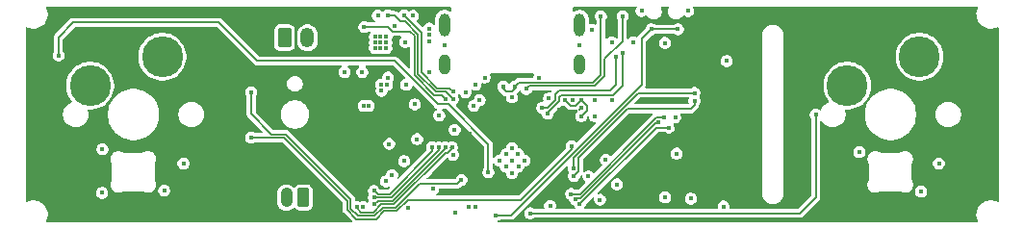
<source format=gbr>
%TF.GenerationSoftware,KiCad,Pcbnew,9.0.3*%
%TF.CreationDate,2025-07-19T05:00:43-04:00*%
%TF.ProjectId,board,626f6172-642e-46b6-9963-61645f706362,rev?*%
%TF.SameCoordinates,Original*%
%TF.FileFunction,Copper,L1,Top*%
%TF.FilePolarity,Positive*%
%FSLAX46Y46*%
G04 Gerber Fmt 4.6, Leading zero omitted, Abs format (unit mm)*
G04 Created by KiCad (PCBNEW 9.0.3) date 2025-07-19 05:00:43*
%MOMM*%
%LPD*%
G01*
G04 APERTURE LIST*
G04 Aperture macros list*
%AMRoundRect*
0 Rectangle with rounded corners*
0 $1 Rounding radius*
0 $2 $3 $4 $5 $6 $7 $8 $9 X,Y pos of 4 corners*
0 Add a 4 corners polygon primitive as box body*
4,1,4,$2,$3,$4,$5,$6,$7,$8,$9,$2,$3,0*
0 Add four circle primitives for the rounded corners*
1,1,$1+$1,$2,$3*
1,1,$1+$1,$4,$5*
1,1,$1+$1,$6,$7*
1,1,$1+$1,$8,$9*
0 Add four rect primitives between the rounded corners*
20,1,$1+$1,$2,$3,$4,$5,0*
20,1,$1+$1,$4,$5,$6,$7,0*
20,1,$1+$1,$6,$7,$8,$9,0*
20,1,$1+$1,$8,$9,$2,$3,0*%
G04 Aperture macros list end*
%TA.AperFunction,ComponentPad*%
%ADD10RoundRect,0.250000X-0.350000X-0.625000X0.350000X-0.625000X0.350000X0.625000X-0.350000X0.625000X0*%
%TD*%
%TA.AperFunction,ComponentPad*%
%ADD11O,1.200000X1.750000*%
%TD*%
%TA.AperFunction,ComponentPad*%
%ADD12RoundRect,0.250000X0.265000X0.615000X-0.265000X0.615000X-0.265000X-0.615000X0.265000X-0.615000X0*%
%TD*%
%TA.AperFunction,ComponentPad*%
%ADD13O,1.030000X1.730000*%
%TD*%
%TA.AperFunction,ComponentPad*%
%ADD14C,3.600000*%
%TD*%
%TA.AperFunction,ComponentPad*%
%ADD15O,1.000000X1.800000*%
%TD*%
%TA.AperFunction,ComponentPad*%
%ADD16O,1.000000X2.000000*%
%TD*%
%TA.AperFunction,ViaPad*%
%ADD17C,0.450000*%
%TD*%
%TA.AperFunction,Conductor*%
%ADD18C,0.200000*%
%TD*%
G04 APERTURE END LIST*
D10*
%TO.P,J2,1,Pin_1*%
%TO.N,GND*%
X43000000Y-22950000D03*
D11*
%TO.P,J2,2,Pin_2*%
%TO.N,VBAT*%
X45000001Y-22950000D03*
%TD*%
D12*
%TO.P,J3,1,Pin_1*%
%TO.N,Net-(J3-Pin_1)*%
X44650000Y-37025000D03*
D13*
%TO.P,J3,2,Pin_2*%
%TO.N,Net-(J3-Pin_2)*%
X43150000Y-37025000D03*
%TD*%
D14*
%TO.P,SW1,1,1*%
%TO.N,/BUTTON_L*%
X25890000Y-27160000D03*
%TO.P,SW1,2,2*%
%TO.N,GND*%
X32240000Y-24620000D03*
%TD*%
%TO.P,SW2,1,1*%
%TO.N,/BUTTON_R*%
X92490000Y-27160000D03*
%TO.P,SW2,2,2*%
%TO.N,GND*%
X98840000Y-24620000D03*
%TD*%
D15*
%TO.P,J1,SH1,SHIELD*%
%TO.N,GND*%
X57050000Y-25300000D03*
%TO.P,J1,SH2,SHIELD*%
X68950000Y-25300000D03*
D16*
%TO.P,J1,SH3,SHIELD*%
X57050000Y-21800000D03*
%TO.P,J1,SH4,SHIELD*%
X68950000Y-21800000D03*
%TD*%
D17*
%TO.N,3V3*%
X67167158Y-29300000D03*
%TO.N,GND*%
X57050000Y-23575000D03*
X63540000Y-33200000D03*
X53702500Y-27100000D03*
X57950000Y-31050000D03*
X63550000Y-34280000D03*
X76475000Y-37000000D03*
X63000000Y-33750000D03*
X62450000Y-34300000D03*
X71762501Y-23350000D03*
X52700000Y-21900000D03*
X68950000Y-23575000D03*
X77490000Y-33150000D03*
X51437500Y-23850000D03*
X53850000Y-37950000D03*
X61900000Y-33750000D03*
X51940000Y-23850000D03*
X51940000Y-23350000D03*
X71840000Y-28450000D03*
X62470000Y-33210000D03*
X56600000Y-29780000D03*
X54300000Y-21025000D03*
X58000000Y-38325000D03*
X58900000Y-27750000D03*
X70300000Y-28450000D03*
X59800000Y-37800000D03*
X49900000Y-37850000D03*
X70300000Y-29850000D03*
X51900000Y-35575000D03*
X63000000Y-34850000D03*
X77350000Y-29950000D03*
X64100000Y-33750000D03*
X81900000Y-25000000D03*
X63000000Y-32650000D03*
X51942500Y-22860000D03*
X52200000Y-32300000D03*
X70730000Y-37200000D03*
X51440000Y-22860000D03*
X50940000Y-23850000D03*
X76450000Y-23410000D03*
X49950000Y-28950000D03*
X63000000Y-28200000D03*
X32400000Y-36400000D03*
X50942500Y-22860000D03*
X73680000Y-23360000D03*
X51437500Y-23350000D03*
X99000000Y-36500000D03*
X71250000Y-33700000D03*
X48275000Y-25975000D03*
X66240000Y-28300000D03*
X50400000Y-28950000D03*
X68320000Y-28450000D03*
X52100000Y-26450000D03*
X66350000Y-37725000D03*
X56050000Y-36250000D03*
X81600000Y-37800000D03*
X52450000Y-35025000D03*
X50940000Y-23350000D03*
X69725000Y-35150000D03*
X60144974Y-28455026D03*
X78499999Y-20600000D03*
X74400001Y-20600000D03*
X59800000Y-27075000D03*
%TO.N,VBUS*%
X60600000Y-26450000D03*
X70062500Y-22250000D03*
X55700000Y-26000000D03*
X65400000Y-26450000D03*
%TO.N,VSYS*%
X54450000Y-28800000D03*
X51200000Y-21000000D03*
X55710000Y-22130000D03*
X49830000Y-25970000D03*
X55700000Y-22700000D03*
X54650000Y-31880000D03*
X51510000Y-27620000D03*
X52000000Y-27100000D03*
X51500000Y-27100000D03*
X72250000Y-35850000D03*
X78725000Y-37100000D03*
X53600000Y-23325000D03*
X55700000Y-23300000D03*
X57800000Y-33250000D03*
%TO.N,3V3*%
X65910000Y-37200000D03*
X61065000Y-28435000D03*
X64510000Y-28760000D03*
X59275000Y-31425000D03*
X77350000Y-30600000D03*
X62980000Y-29250000D03*
X50730000Y-31860000D03*
X57525000Y-35175000D03*
X50840000Y-30410000D03*
X64940000Y-28340000D03*
X65340000Y-27940000D03*
X51250000Y-31860000D03*
X69650000Y-33950000D03*
X75050000Y-24000000D03*
X50975000Y-35675000D03*
X51330000Y-30410000D03*
X77350000Y-28500000D03*
X75050000Y-26500000D03*
X69080000Y-29150000D03*
%TO.N,1V1*%
X67680000Y-28450000D03*
X69080000Y-28450000D03*
X69080000Y-29850000D03*
%TO.N,/DISP_PIN_CS*%
X68450000Y-35100000D03*
X79050000Y-28500000D03*
%TO.N,/DISP_PIN_RST*%
X68400000Y-34450000D03*
X79050000Y-27800000D03*
%TO.N,/DISP_PIN_SCLK*%
X76350000Y-29950000D03*
X68200000Y-36700000D03*
%TO.N,Net-(J1-DN1)*%
X70812500Y-21050000D03*
X63250000Y-27250000D03*
X62250000Y-27250000D03*
%TO.N,/DISP_PIN_MOSI*%
X75900000Y-30400000D03*
X68545002Y-37160002D03*
%TO.N,/DISP_PIN_DC*%
X76800000Y-30850000D03*
X68960269Y-37557722D03*
%TO.N,/BUTTON_L*%
X60920000Y-34780000D03*
X23100000Y-24500000D03*
%TO.N,/BUTTON_R*%
X64600000Y-38400000D03*
X89715000Y-29715000D03*
%TO.N,/BUTTON_MENU*%
X75250000Y-22200000D03*
X61570000Y-38560000D03*
X77600000Y-22200000D03*
%TO.N,/AUDIO_I2S_DOUT*%
X50850000Y-37000000D03*
X56559994Y-32600000D03*
%TO.N,Net-(J1-DP1)*%
X64250000Y-27450000D03*
X72712500Y-21075000D03*
%TO.N,/AUDIO_I2S_EN*%
X55984991Y-32600000D03*
X50850000Y-36424997D03*
%TO.N,/AUDIO_I2S_LRCK*%
X49324997Y-37850000D03*
X57710000Y-32600000D03*
%TO.N,/AUDIO_I2S_BCLK*%
X50850000Y-37600000D03*
X57134997Y-32600000D03*
%TO.N,/USB_D+*%
X66151249Y-29618701D03*
X72712500Y-24300000D03*
%TO.N,/USB_D-*%
X72172500Y-24650000D03*
X65656274Y-29123726D03*
%TO.N,/PWR_~{PGOOD}*%
X52100000Y-21000000D03*
X57800000Y-28350000D03*
%TO.N,/PWR_~{CHG}*%
X57800000Y-27700000D03*
X53500000Y-21000000D03*
%TO.N,/PWR_CHG_EN*%
X57150000Y-28350000D03*
X50000000Y-22000000D03*
%TO.N,Net-(D1-DIN)*%
X59224997Y-37800000D03*
X34100000Y-34000000D03*
%TO.N,Net-(D1-DOUT)*%
X100550000Y-34000000D03*
X26950000Y-36600000D03*
%TO.N,VSYS_GATED*%
X53500000Y-33800000D03*
X26960000Y-32770000D03*
X59640000Y-28940000D03*
X93550000Y-33030000D03*
%TO.N,Net-(R9-Pad1)*%
X68250000Y-32500000D03*
X40050000Y-31750000D03*
%TO.N,Net-(U2-RUN)*%
X58550000Y-35450000D03*
X40050000Y-27750000D03*
%TD*%
D18*
%TO.N,3V3*%
X75050000Y-26500000D02*
X75050000Y-24000000D01*
%TO.N,1V1*%
X69600000Y-29330000D02*
X69080000Y-29850000D01*
X68131000Y-28901000D02*
X67680000Y-28450000D01*
X68630000Y-28900000D02*
X68550000Y-28900000D01*
X69080000Y-28450000D02*
X68630000Y-28900000D01*
X69600000Y-28970000D02*
X69600000Y-29330000D01*
X68550000Y-28900000D02*
X68549000Y-28901000D01*
X68549000Y-28901000D02*
X68131000Y-28901000D01*
X69080000Y-28450000D02*
X69600000Y-28970000D01*
%TO.N,/DISP_PIN_CS*%
X79050000Y-28900000D02*
X78750000Y-29200000D01*
X68851000Y-33474678D02*
X68851000Y-34699000D01*
X78750000Y-29200000D02*
X73125678Y-29200000D01*
X73125678Y-29200000D02*
X68851000Y-33474678D01*
X79050000Y-28500000D02*
X79050000Y-28900000D01*
X68851000Y-34699000D02*
X68450000Y-35100000D01*
%TO.N,/DISP_PIN_RST*%
X74100000Y-27800000D02*
X68400000Y-33500000D01*
X79050000Y-27800000D02*
X74100000Y-27800000D01*
X68400000Y-33500000D02*
X68400000Y-34450000D01*
%TO.N,/DISP_PIN_SCLK*%
X68200000Y-36700000D02*
X68201000Y-36699000D01*
X75449000Y-30213189D02*
X75713189Y-29949000D01*
X76087811Y-29950000D02*
X76350000Y-29950000D01*
X75449000Y-30217635D02*
X75449000Y-30213189D01*
X75713189Y-29949000D02*
X76086811Y-29949000D01*
X76086811Y-29949000D02*
X76087811Y-29950000D01*
X68967635Y-36699000D02*
X75449000Y-30217635D01*
X68201000Y-36699000D02*
X68967635Y-36699000D01*
%TO.N,Net-(J1-DN1)*%
X70812500Y-26237500D02*
X70150000Y-26900000D01*
X63250000Y-27425000D02*
X62975000Y-27700000D01*
X70150000Y-26900000D02*
X63600000Y-26900000D01*
X62500000Y-27700000D02*
X62250000Y-27450000D01*
X70812500Y-21050000D02*
X70812500Y-26237500D01*
X62975000Y-27700000D02*
X62500000Y-27700000D01*
X63600000Y-26900000D02*
X63250000Y-27250000D01*
X63250000Y-27250000D02*
X63250000Y-27425000D01*
X62250000Y-27450000D02*
X62250000Y-27250000D01*
%TO.N,/DISP_PIN_MOSI*%
X69042313Y-37050000D02*
X68655004Y-37050000D01*
X75691313Y-30401000D02*
X69042313Y-37050000D01*
X68655004Y-37050000D02*
X68545002Y-37160002D01*
X75900000Y-30400000D02*
X75899000Y-30401000D01*
X75899000Y-30401000D02*
X75691313Y-30401000D01*
%TO.N,/DISP_PIN_DC*%
X76800000Y-30850000D02*
X75667991Y-30850000D01*
X75667991Y-30850000D02*
X68960269Y-37557722D01*
%TO.N,/BUTTON_L*%
X52700000Y-25000000D02*
X40600000Y-25000000D01*
X56500000Y-28800000D02*
X52700000Y-25000000D01*
X40600000Y-25000000D02*
X37200000Y-21600000D01*
X60920000Y-32320000D02*
X57400000Y-28800000D01*
X23100000Y-22900000D02*
X23100000Y-24500000D01*
X23100000Y-24500000D02*
X23100000Y-24400000D01*
X37200000Y-21600000D02*
X24400000Y-21600000D01*
X60920000Y-34780000D02*
X60920000Y-32320000D01*
X57400000Y-28800000D02*
X56500000Y-28800000D01*
X24400000Y-21600000D02*
X23100000Y-22900000D01*
%TO.N,/BUTTON_R*%
X88330000Y-38400000D02*
X64600000Y-38400000D01*
X89715000Y-29715000D02*
X89715000Y-37015000D01*
X89715000Y-37015000D02*
X88330000Y-38400000D01*
%TO.N,/BUTTON_MENU*%
X75250000Y-22200000D02*
X77600000Y-22200000D01*
X75250000Y-22200000D02*
X74399999Y-23050001D01*
X74399999Y-23050001D02*
X74399999Y-27050001D01*
X62890000Y-38560000D02*
X61570000Y-38560000D01*
X74399999Y-27050001D02*
X62890000Y-38560000D01*
%TO.N,/AUDIO_I2S_DOUT*%
X56559994Y-32812133D02*
X52372127Y-37000000D01*
X56559994Y-32600000D02*
X56559994Y-32812133D01*
X52372127Y-37000000D02*
X50850000Y-37000000D01*
%TO.N,Net-(J1-DP1)*%
X64500000Y-27200000D02*
X70280000Y-27200000D01*
X70280000Y-27200000D02*
X71120000Y-26360000D01*
X64250000Y-27450000D02*
X64500000Y-27200000D01*
X72712500Y-23237500D02*
X72712500Y-21075000D01*
X71120000Y-26360000D02*
X71120000Y-24830000D01*
X71120000Y-24830000D02*
X72712500Y-23237500D01*
%TO.N,/AUDIO_I2S_EN*%
X50912808Y-36424997D02*
X51187811Y-36700000D01*
X55984991Y-32961458D02*
X52246449Y-36700000D01*
X55984991Y-32600000D02*
X55984991Y-32961458D01*
X52246449Y-36700000D02*
X51187811Y-36700000D01*
X50850000Y-36424997D02*
X50912808Y-36424997D01*
%TO.N,/AUDIO_I2S_LRCK*%
X49713189Y-38301000D02*
X50799000Y-38301000D01*
X57710000Y-32662808D02*
X57710000Y-32600000D01*
X51498000Y-37602000D02*
X52621483Y-37602000D01*
X57321808Y-33051000D02*
X57710000Y-32662808D01*
X50799000Y-38301000D02*
X51498000Y-37602000D01*
X57174678Y-33051000D02*
X57321808Y-33051000D01*
X52624678Y-37601000D02*
X57174678Y-33051000D01*
X52622483Y-37601000D02*
X52624678Y-37601000D01*
X49324997Y-37850000D02*
X49324997Y-37912808D01*
X49324997Y-37912808D02*
X49713189Y-38301000D01*
X57585997Y-32614003D02*
X57600000Y-32600000D01*
X57600000Y-32600000D02*
X57710000Y-32600000D01*
X52621483Y-37602000D02*
X52622483Y-37601000D01*
%TO.N,/AUDIO_I2S_BCLK*%
X52496805Y-37301000D02*
X51199000Y-37301000D01*
X52497805Y-37300000D02*
X52496805Y-37301000D01*
X50900000Y-37600000D02*
X50850000Y-37600000D01*
X52500000Y-37300000D02*
X52497805Y-37300000D01*
X51199000Y-37301000D02*
X50900000Y-37600000D01*
X57134997Y-32600000D02*
X57134997Y-32665003D01*
X57134997Y-32665003D02*
X52500000Y-37300000D01*
%TO.N,/USB_D+*%
X67150000Y-28540000D02*
X67150000Y-28200000D01*
X67150000Y-28200000D02*
X67351000Y-27999000D01*
X66151249Y-29538751D02*
X67150000Y-28540000D01*
X72712500Y-27177500D02*
X72712500Y-24300000D01*
X66151249Y-29618701D02*
X66151249Y-29538751D01*
X67351000Y-27999000D02*
X71891000Y-27999000D01*
X71891000Y-27999000D02*
X72712500Y-27177500D01*
%TO.N,/USB_D-*%
X67154000Y-27626000D02*
X66820000Y-27960000D01*
X66820000Y-28444322D02*
X66140596Y-29123726D01*
X66140596Y-29123726D02*
X65656274Y-29123726D01*
X66820000Y-27960000D02*
X66820000Y-28444322D01*
X71634000Y-27626000D02*
X67154000Y-27626000D01*
X72172500Y-24650000D02*
X72172500Y-27087500D01*
X72172500Y-27087500D02*
X71634000Y-27626000D01*
%TO.N,/PWR_~{PGOOD}*%
X53574322Y-21500000D02*
X54719000Y-22644678D01*
X54719000Y-22644678D02*
X54719000Y-26144678D01*
X52650000Y-21000000D02*
X53150000Y-21500000D01*
X57151356Y-27700000D02*
X57151356Y-27701356D01*
X54719000Y-26144678D02*
X56274322Y-27700000D01*
X57151356Y-27701356D02*
X57800000Y-28350000D01*
X53150000Y-21500000D02*
X53574322Y-21500000D01*
X52100000Y-21000000D02*
X52650000Y-21000000D01*
X56274322Y-27700000D02*
X57151356Y-27700000D01*
%TO.N,/PWR_~{CHG}*%
X55020000Y-22520000D02*
X55020000Y-26020000D01*
X55020000Y-26020000D02*
X56399000Y-27399000D01*
X56399000Y-27399000D02*
X57276034Y-27399000D01*
X53500000Y-21000000D02*
X55020000Y-22520000D01*
X57277034Y-27400000D02*
X57500000Y-27400000D01*
X57500000Y-27400000D02*
X57800000Y-27700000D01*
X57276034Y-27399000D02*
X57277034Y-27400000D01*
%TO.N,/PWR_CHG_EN*%
X56801000Y-28001000D02*
X57150000Y-28350000D01*
X52500000Y-22400000D02*
X54048644Y-22400000D01*
X54418000Y-22769356D02*
X54418000Y-26269356D01*
X52100000Y-22000000D02*
X52500000Y-22400000D01*
X50000000Y-22000000D02*
X52100000Y-22000000D01*
X54048644Y-22400000D02*
X54418000Y-22769356D01*
X54418000Y-26269356D02*
X56149644Y-28001000D01*
X56149644Y-28001000D02*
X56801000Y-28001000D01*
%TO.N,Net-(R9-Pad1)*%
X48499000Y-38087492D02*
X49314508Y-38903000D01*
X42950000Y-31750000D02*
X48499000Y-37299000D01*
X63774322Y-37250000D02*
X68250000Y-32774322D01*
X51750000Y-38204000D02*
X52873034Y-38204000D01*
X49314508Y-38903000D02*
X51051000Y-38903000D01*
X48499000Y-37299000D02*
X48499000Y-38087492D01*
X68250000Y-32774322D02*
X68250000Y-32500000D01*
X52873034Y-38204000D02*
X53827034Y-37250000D01*
X40050000Y-31750000D02*
X42950000Y-31750000D01*
X51051000Y-38903000D02*
X51750000Y-38204000D01*
X53827034Y-37250000D02*
X63774322Y-37250000D01*
%TO.N,Net-(U2-RUN)*%
X48800000Y-37174322D02*
X43074678Y-31449000D01*
X43074678Y-31449000D02*
X41849000Y-31449000D01*
X58201000Y-35799000D02*
X54852356Y-35799000D01*
X49439186Y-38602000D02*
X48800000Y-37962814D01*
X50923678Y-38602000D02*
X49439186Y-38602000D01*
X58550000Y-35450000D02*
X58201000Y-35799000D01*
X40050000Y-29650000D02*
X40050000Y-27750000D01*
X54852356Y-35799000D02*
X52748356Y-37903000D01*
X48800000Y-37962814D02*
X48800000Y-37174322D01*
X51622678Y-37903000D02*
X50923678Y-38602000D01*
X41849000Y-31449000D02*
X40050000Y-29650000D01*
X52748356Y-37903000D02*
X51622678Y-37903000D01*
%TD*%
%TA.AperFunction,Conductor*%
%TO.N,3V3*%
G36*
X57607826Y-20222174D02*
G01*
X57629500Y-20274500D01*
X57629500Y-20586012D01*
X57607826Y-20638338D01*
X57555500Y-20660012D01*
X57514388Y-20647541D01*
X57429179Y-20590606D01*
X57429175Y-20590604D01*
X57429173Y-20590603D01*
X57429174Y-20590603D01*
X57283501Y-20530264D01*
X57283491Y-20530261D01*
X57179925Y-20509661D01*
X57128842Y-20499500D01*
X56971158Y-20499500D01*
X56927315Y-20508220D01*
X56816508Y-20530261D01*
X56816498Y-20530264D01*
X56670825Y-20590603D01*
X56539711Y-20678210D01*
X56539710Y-20678212D01*
X56428212Y-20789710D01*
X56428210Y-20789711D01*
X56340603Y-20920825D01*
X56280264Y-21066498D01*
X56280261Y-21066508D01*
X56249500Y-21221158D01*
X56249500Y-21747678D01*
X56227826Y-21800004D01*
X56175500Y-21821678D01*
X56123174Y-21800004D01*
X56032665Y-21709495D01*
X55912836Y-21640312D01*
X55912831Y-21640310D01*
X55779185Y-21604500D01*
X55779183Y-21604500D01*
X55640817Y-21604500D01*
X55640815Y-21604500D01*
X55507168Y-21640310D01*
X55507163Y-21640312D01*
X55387334Y-21709495D01*
X55289495Y-21807334D01*
X55220312Y-21927163D01*
X55220311Y-21927167D01*
X55205565Y-21982196D01*
X55171086Y-22027129D01*
X55114933Y-22034520D01*
X55081761Y-22015368D01*
X54619607Y-21553214D01*
X54597933Y-21500888D01*
X54619607Y-21448562D01*
X54622662Y-21445506D01*
X54622665Y-21445505D01*
X54720505Y-21347665D01*
X54789688Y-21227836D01*
X54825499Y-21094185D01*
X54825500Y-21094185D01*
X54825500Y-20955815D01*
X54825499Y-20955814D01*
X54818800Y-20930814D01*
X54789688Y-20822164D01*
X54720505Y-20702335D01*
X54622665Y-20604495D01*
X54502836Y-20535312D01*
X54502831Y-20535310D01*
X54369185Y-20499500D01*
X54369183Y-20499500D01*
X54230817Y-20499500D01*
X54230815Y-20499500D01*
X54097168Y-20535310D01*
X54097163Y-20535312D01*
X53977334Y-20604495D01*
X53964826Y-20617004D01*
X53912500Y-20638678D01*
X53860174Y-20617004D01*
X53822665Y-20579495D01*
X53702836Y-20510312D01*
X53702831Y-20510310D01*
X53569185Y-20474500D01*
X53569183Y-20474500D01*
X53430817Y-20474500D01*
X53430815Y-20474500D01*
X53297168Y-20510310D01*
X53297163Y-20510312D01*
X53177334Y-20579495D01*
X53079491Y-20677339D01*
X53059717Y-20711589D01*
X53014784Y-20746067D01*
X52958631Y-20738673D01*
X52943310Y-20726917D01*
X52895913Y-20679520D01*
X52895910Y-20679518D01*
X52895909Y-20679517D01*
X52804592Y-20626795D01*
X52804588Y-20626793D01*
X52768054Y-20617004D01*
X52702727Y-20599500D01*
X52702726Y-20599500D01*
X52473322Y-20599500D01*
X52427874Y-20580675D01*
X52426514Y-20582448D01*
X52422667Y-20579496D01*
X52302836Y-20510312D01*
X52302831Y-20510310D01*
X52169185Y-20474500D01*
X52169183Y-20474500D01*
X52030817Y-20474500D01*
X52030815Y-20474500D01*
X51897168Y-20510310D01*
X51897163Y-20510312D01*
X51777334Y-20579495D01*
X51702326Y-20654504D01*
X51650000Y-20676178D01*
X51597674Y-20654504D01*
X51522665Y-20579495D01*
X51402836Y-20510312D01*
X51402831Y-20510310D01*
X51269185Y-20474500D01*
X51269183Y-20474500D01*
X51130817Y-20474500D01*
X51130815Y-20474500D01*
X50997168Y-20510310D01*
X50997163Y-20510312D01*
X50877334Y-20579495D01*
X50779495Y-20677334D01*
X50710312Y-20797163D01*
X50710310Y-20797168D01*
X50674500Y-20930814D01*
X50674500Y-21069185D01*
X50710310Y-21202831D01*
X50710312Y-21202836D01*
X50779495Y-21322665D01*
X50877335Y-21420505D01*
X50948192Y-21461414D01*
X50982670Y-21506347D01*
X50975278Y-21562500D01*
X50930345Y-21596978D01*
X50911192Y-21599500D01*
X50373322Y-21599500D01*
X50327874Y-21580675D01*
X50326514Y-21582448D01*
X50322667Y-21579496D01*
X50202836Y-21510312D01*
X50202831Y-21510310D01*
X50069185Y-21474500D01*
X50069183Y-21474500D01*
X49930817Y-21474500D01*
X49930815Y-21474500D01*
X49797168Y-21510310D01*
X49797163Y-21510312D01*
X49677334Y-21579495D01*
X49579495Y-21677334D01*
X49510312Y-21797163D01*
X49510310Y-21797168D01*
X49474500Y-21930814D01*
X49474500Y-22069185D01*
X49510310Y-22202831D01*
X49510312Y-22202836D01*
X49579495Y-22322665D01*
X49677335Y-22420505D01*
X49797164Y-22489688D01*
X49930814Y-22525499D01*
X49930815Y-22525500D01*
X49930817Y-22525500D01*
X50069185Y-22525500D01*
X50069185Y-22525499D01*
X50202836Y-22489688D01*
X50322665Y-22420505D01*
X50322667Y-22420503D01*
X50326514Y-22417552D01*
X50327874Y-22419324D01*
X50373322Y-22400500D01*
X50480178Y-22400500D01*
X50532504Y-22422174D01*
X50554178Y-22474500D01*
X50532504Y-22526826D01*
X50521995Y-22537334D01*
X50452812Y-22657163D01*
X50452810Y-22657168D01*
X50417000Y-22790814D01*
X50417000Y-22929185D01*
X50452810Y-23062832D01*
X50452813Y-23062840D01*
X50454544Y-23065837D01*
X50461935Y-23121990D01*
X50454545Y-23139831D01*
X50450314Y-23147159D01*
X50450310Y-23147168D01*
X50414500Y-23280814D01*
X50414500Y-23419185D01*
X50450310Y-23552831D01*
X50450313Y-23552838D01*
X50456181Y-23563002D01*
X50463572Y-23619155D01*
X50456181Y-23636998D01*
X50450313Y-23647161D01*
X50450310Y-23647168D01*
X50414500Y-23780814D01*
X50414500Y-23919185D01*
X50450310Y-24052831D01*
X50450312Y-24052836D01*
X50519495Y-24172665D01*
X50617335Y-24270505D01*
X50737164Y-24339688D01*
X50870814Y-24375499D01*
X50870815Y-24375500D01*
X50870817Y-24375500D01*
X51009185Y-24375500D01*
X51009185Y-24375499D01*
X51142836Y-24339688D01*
X51151749Y-24334541D01*
X51207900Y-24327148D01*
X51225748Y-24334540D01*
X51234664Y-24339688D01*
X51234666Y-24339688D01*
X51234667Y-24339689D01*
X51301490Y-24357594D01*
X51368314Y-24375499D01*
X51368315Y-24375500D01*
X51368317Y-24375500D01*
X51506685Y-24375500D01*
X51506685Y-24375499D01*
X51640336Y-24339688D01*
X51640338Y-24339686D01*
X51640340Y-24339686D01*
X51651749Y-24333099D01*
X51707902Y-24325705D01*
X51725751Y-24333099D01*
X51737159Y-24339686D01*
X51737167Y-24339689D01*
X51803990Y-24357594D01*
X51870814Y-24375499D01*
X51870815Y-24375500D01*
X51870817Y-24375500D01*
X52009185Y-24375500D01*
X52009185Y-24375499D01*
X52142836Y-24339688D01*
X52262665Y-24270505D01*
X52360505Y-24172665D01*
X52429688Y-24052836D01*
X52465499Y-23919185D01*
X52465500Y-23919185D01*
X52465500Y-23780815D01*
X52465499Y-23780814D01*
X52461204Y-23764786D01*
X52435806Y-23669995D01*
X52429689Y-23647167D01*
X52429687Y-23647162D01*
X52423821Y-23637003D01*
X52416426Y-23580851D01*
X52423821Y-23562997D01*
X52423917Y-23562831D01*
X52429688Y-23552836D01*
X52465499Y-23419185D01*
X52465500Y-23419185D01*
X52465500Y-23280815D01*
X52465499Y-23280814D01*
X52458800Y-23255814D01*
X52439765Y-23184773D01*
X52429689Y-23147167D01*
X52429688Y-23147165D01*
X52429688Y-23147164D01*
X52427955Y-23144163D01*
X52420563Y-23088012D01*
X52427956Y-23070164D01*
X52432188Y-23062836D01*
X52467999Y-22929185D01*
X52468000Y-22929185D01*
X52468000Y-22874500D01*
X52489674Y-22822174D01*
X52542000Y-22800500D01*
X52552727Y-22800500D01*
X53202678Y-22800500D01*
X53255004Y-22822174D01*
X53276678Y-22874500D01*
X53255004Y-22926826D01*
X53179495Y-23002334D01*
X53110312Y-23122163D01*
X53110310Y-23122168D01*
X53074500Y-23255814D01*
X53074500Y-23394185D01*
X53110310Y-23527831D01*
X53110312Y-23527836D01*
X53179495Y-23647665D01*
X53277335Y-23745505D01*
X53397164Y-23814688D01*
X53530814Y-23850499D01*
X53530815Y-23850500D01*
X53530817Y-23850500D01*
X53669185Y-23850500D01*
X53669185Y-23850499D01*
X53802836Y-23814688D01*
X53906501Y-23754836D01*
X53962653Y-23747444D01*
X54007586Y-23781923D01*
X54017500Y-23818923D01*
X54017500Y-25572455D01*
X53995826Y-25624781D01*
X53943500Y-25646455D01*
X53891174Y-25624781D01*
X53433097Y-25166704D01*
X52945913Y-24679520D01*
X52945910Y-24679518D01*
X52945909Y-24679517D01*
X52854592Y-24626795D01*
X52854588Y-24626793D01*
X52839182Y-24622665D01*
X52752727Y-24599500D01*
X52752726Y-24599500D01*
X40796545Y-24599500D01*
X40744219Y-24577826D01*
X39784497Y-23618104D01*
X42099499Y-23618104D01*
X42106052Y-23672665D01*
X42110123Y-23706564D01*
X42126244Y-23747444D01*
X42165638Y-23847341D01*
X42232492Y-23935500D01*
X42257078Y-23967922D01*
X42377658Y-24059361D01*
X42518436Y-24114877D01*
X42589764Y-24123442D01*
X42606896Y-24125500D01*
X42606898Y-24125500D01*
X43393104Y-24125500D01*
X43408722Y-24123624D01*
X43481564Y-24114877D01*
X43622342Y-24059361D01*
X43742922Y-23967922D01*
X43834361Y-23847342D01*
X43889877Y-23706564D01*
X43900500Y-23618102D01*
X43900500Y-22586309D01*
X44099501Y-22586309D01*
X44099501Y-23313691D01*
X44104897Y-23340817D01*
X44134105Y-23487660D01*
X44134108Y-23487670D01*
X44201986Y-23651544D01*
X44297243Y-23794106D01*
X44300537Y-23799035D01*
X44425966Y-23924464D01*
X44573454Y-24023013D01*
X44573455Y-24023013D01*
X44573456Y-24023014D01*
X44677124Y-24065954D01*
X44737335Y-24090894D01*
X44911310Y-24125500D01*
X44911312Y-24125500D01*
X45088690Y-24125500D01*
X45088692Y-24125500D01*
X45262667Y-24090894D01*
X45426548Y-24023013D01*
X45574036Y-23924464D01*
X45699465Y-23799035D01*
X45798014Y-23651547D01*
X45865895Y-23487666D01*
X45900501Y-23313691D01*
X45900501Y-22586309D01*
X45865895Y-22412334D01*
X45828753Y-22322665D01*
X45798015Y-22248455D01*
X45767464Y-22202733D01*
X45699465Y-22100965D01*
X45574036Y-21975536D01*
X45564528Y-21969183D01*
X45426545Y-21876985D01*
X45262671Y-21809107D01*
X45262661Y-21809104D01*
X45142097Y-21785123D01*
X45088692Y-21774500D01*
X44911310Y-21774500D01*
X44871353Y-21782448D01*
X44737340Y-21809104D01*
X44737330Y-21809107D01*
X44573456Y-21876985D01*
X44425969Y-21975533D01*
X44300534Y-22100968D01*
X44201986Y-22248455D01*
X44134108Y-22412329D01*
X44134105Y-22412339D01*
X44105641Y-22555439D01*
X44099501Y-22586309D01*
X43900500Y-22586309D01*
X43900500Y-22281898D01*
X43898973Y-22269185D01*
X43896484Y-22248453D01*
X43889877Y-22193436D01*
X43834361Y-22052658D01*
X43742922Y-21932078D01*
X43701281Y-21900500D01*
X43622341Y-21840638D01*
X43518021Y-21799500D01*
X43481564Y-21785123D01*
X43452076Y-21781582D01*
X43393104Y-21774500D01*
X43393102Y-21774500D01*
X42606898Y-21774500D01*
X42606896Y-21774500D01*
X42518436Y-21785123D01*
X42377658Y-21840638D01*
X42257078Y-21932077D01*
X42257077Y-21932078D01*
X42165638Y-22052658D01*
X42110123Y-22193436D01*
X42101027Y-22269185D01*
X42099500Y-22281898D01*
X42099500Y-23618102D01*
X42099500Y-23618104D01*
X42099499Y-23618104D01*
X39784497Y-23618104D01*
X39643578Y-23477185D01*
X37445913Y-21279520D01*
X37445910Y-21279518D01*
X37445909Y-21279517D01*
X37354592Y-21226795D01*
X37354588Y-21226793D01*
X37265177Y-21202836D01*
X37252727Y-21199500D01*
X37252726Y-21199500D01*
X24457273Y-21199500D01*
X24457257Y-21199499D01*
X24452727Y-21199499D01*
X24347273Y-21199499D01*
X24347272Y-21199499D01*
X24306858Y-21210328D01*
X24266443Y-21221158D01*
X24254299Y-21224411D01*
X24245411Y-21226793D01*
X24154086Y-21279520D01*
X24079518Y-21354089D01*
X22779517Y-22654090D01*
X22726795Y-22745407D01*
X22726791Y-22745416D01*
X22705601Y-22824498D01*
X22705602Y-22824499D01*
X22699500Y-22847273D01*
X22699500Y-24126678D01*
X22680675Y-24172125D01*
X22682448Y-24173486D01*
X22679496Y-24177332D01*
X22610312Y-24297163D01*
X22610310Y-24297168D01*
X22574500Y-24430814D01*
X22574500Y-24569185D01*
X22610310Y-24702831D01*
X22610312Y-24702836D01*
X22679495Y-24822665D01*
X22777335Y-24920505D01*
X22897164Y-24989688D01*
X23030814Y-25025499D01*
X23030815Y-25025500D01*
X23030817Y-25025500D01*
X23169185Y-25025500D01*
X23169185Y-25025499D01*
X23302836Y-24989688D01*
X23422665Y-24920505D01*
X23520505Y-24822665D01*
X23589688Y-24702836D01*
X23625499Y-24569185D01*
X23625500Y-24569185D01*
X23625500Y-24482326D01*
X30139500Y-24482326D01*
X30139500Y-24757674D01*
X30147858Y-24821158D01*
X30175439Y-25030664D01*
X30246704Y-25296631D01*
X30352075Y-25551017D01*
X30352076Y-25551020D01*
X30489748Y-25789475D01*
X30489752Y-25789481D01*
X30657366Y-26007922D01*
X30852077Y-26202633D01*
X31070518Y-26370247D01*
X31070524Y-26370251D01*
X31279172Y-26490714D01*
X31308979Y-26507923D01*
X31563368Y-26613295D01*
X31829334Y-26684560D01*
X32102326Y-26720500D01*
X32102328Y-26720500D01*
X32377672Y-26720500D01*
X32377674Y-26720500D01*
X32650666Y-26684560D01*
X32916632Y-26613295D01*
X33171021Y-26507923D01*
X33409479Y-26370249D01*
X33589295Y-26232272D01*
X33627922Y-26202633D01*
X33627923Y-26202631D01*
X33627928Y-26202628D01*
X33822628Y-26007928D01*
X33835983Y-25990524D01*
X33990247Y-25789481D01*
X33990249Y-25789479D01*
X34127923Y-25551021D01*
X34233295Y-25296632D01*
X34304560Y-25030666D01*
X34340500Y-24757674D01*
X34340500Y-24482326D01*
X34304560Y-24209334D01*
X34233295Y-23943368D01*
X34127923Y-23688979D01*
X34049321Y-23552836D01*
X33990251Y-23450524D01*
X33990247Y-23450518D01*
X33822633Y-23232077D01*
X33627922Y-23037366D01*
X33409481Y-22869752D01*
X33409475Y-22869748D01*
X33171020Y-22732076D01*
X33171017Y-22732075D01*
X32916631Y-22626704D01*
X32650664Y-22555439D01*
X32449552Y-22528962D01*
X32377674Y-22519500D01*
X32102326Y-22519500D01*
X32038810Y-22527862D01*
X31829335Y-22555439D01*
X31563368Y-22626704D01*
X31308982Y-22732075D01*
X31308979Y-22732076D01*
X31070524Y-22869748D01*
X31070518Y-22869752D01*
X30852077Y-23037366D01*
X30657366Y-23232077D01*
X30489752Y-23450518D01*
X30489748Y-23450524D01*
X30352076Y-23688979D01*
X30352075Y-23688982D01*
X30246704Y-23943368D01*
X30175439Y-24209335D01*
X30146281Y-24430817D01*
X30139500Y-24482326D01*
X23625500Y-24482326D01*
X23625500Y-24430815D01*
X23625499Y-24430814D01*
X23603154Y-24347422D01*
X23589688Y-24297164D01*
X23520505Y-24177335D01*
X23520504Y-24177334D01*
X23520503Y-24177332D01*
X23517552Y-24173486D01*
X23519324Y-24172125D01*
X23500500Y-24126678D01*
X23500500Y-23096544D01*
X23522174Y-23044218D01*
X24544218Y-22022174D01*
X24596544Y-22000500D01*
X37003455Y-22000500D01*
X37055781Y-22022174D01*
X40354087Y-25320480D01*
X40445412Y-25373207D01*
X40547273Y-25400500D01*
X40652727Y-25400500D01*
X47942891Y-25400500D01*
X47995217Y-25422174D01*
X48016891Y-25474500D01*
X47995217Y-25526826D01*
X47979890Y-25538586D01*
X47952335Y-25554494D01*
X47854495Y-25652334D01*
X47785312Y-25772163D01*
X47785310Y-25772168D01*
X47749500Y-25905814D01*
X47749500Y-26044185D01*
X47785310Y-26177831D01*
X47785312Y-26177836D01*
X47854495Y-26297665D01*
X47952335Y-26395505D01*
X48072164Y-26464688D01*
X48205814Y-26500499D01*
X48205815Y-26500500D01*
X48205817Y-26500500D01*
X48344185Y-26500500D01*
X48344185Y-26500499D01*
X48477836Y-26464688D01*
X48597665Y-26395505D01*
X48695505Y-26297665D01*
X48764688Y-26177836D01*
X48800499Y-26044185D01*
X48800500Y-26044185D01*
X48800500Y-25905815D01*
X48800499Y-25905814D01*
X48769327Y-25789479D01*
X48764688Y-25772164D01*
X48695505Y-25652335D01*
X48597665Y-25554495D01*
X48597664Y-25554494D01*
X48570110Y-25538586D01*
X48535631Y-25493653D01*
X48543023Y-25437501D01*
X48587956Y-25403022D01*
X48607109Y-25400500D01*
X49489230Y-25400500D01*
X49541556Y-25422174D01*
X49563230Y-25474500D01*
X49541556Y-25526826D01*
X49526230Y-25538586D01*
X49507334Y-25549495D01*
X49409495Y-25647334D01*
X49340312Y-25767163D01*
X49340310Y-25767168D01*
X49304500Y-25900814D01*
X49304500Y-26039185D01*
X49340310Y-26172831D01*
X49340312Y-26172836D01*
X49409495Y-26292665D01*
X49507335Y-26390505D01*
X49627164Y-26459688D01*
X49760814Y-26495499D01*
X49760815Y-26495500D01*
X49760817Y-26495500D01*
X49899185Y-26495500D01*
X49899185Y-26495499D01*
X50032836Y-26459688D01*
X50152665Y-26390505D01*
X50250505Y-26292665D01*
X50319688Y-26172836D01*
X50355499Y-26039185D01*
X50355500Y-26039185D01*
X50355500Y-25900815D01*
X50355499Y-25900814D01*
X50322816Y-25778840D01*
X50319688Y-25767164D01*
X50250505Y-25647335D01*
X50152665Y-25549495D01*
X50133770Y-25538586D01*
X50099291Y-25493652D01*
X50106684Y-25437500D01*
X50151618Y-25403021D01*
X50170770Y-25400500D01*
X52503455Y-25400500D01*
X52555781Y-25422174D01*
X53601670Y-26468063D01*
X53623344Y-26520389D01*
X53601670Y-26572715D01*
X53568498Y-26591867D01*
X53499667Y-26610311D01*
X53499663Y-26610312D01*
X53379834Y-26679495D01*
X53281995Y-26777334D01*
X53212812Y-26897163D01*
X53212810Y-26897168D01*
X53177000Y-27030814D01*
X53177000Y-27169185D01*
X53212810Y-27302831D01*
X53212812Y-27302835D01*
X53212812Y-27302836D01*
X53281995Y-27422665D01*
X53379835Y-27520505D01*
X53499664Y-27589688D01*
X53633314Y-27625499D01*
X53633315Y-27625500D01*
X53633317Y-27625500D01*
X53771685Y-27625500D01*
X53771685Y-27625499D01*
X53905336Y-27589688D01*
X54025165Y-27520505D01*
X54123005Y-27422665D01*
X54192188Y-27302836D01*
X54210632Y-27234000D01*
X54245110Y-27189068D01*
X54301262Y-27181675D01*
X54334436Y-27200828D01*
X56176931Y-29043323D01*
X56176936Y-29043329D01*
X56179520Y-29045913D01*
X56254087Y-29120480D01*
X56324414Y-29161083D01*
X56345413Y-29173207D01*
X56353822Y-29175460D01*
X56360391Y-29178710D01*
X56374571Y-29194920D01*
X56391660Y-29208030D01*
X56392657Y-29215595D01*
X56397681Y-29221339D01*
X56396245Y-29242828D01*
X56399060Y-29264182D01*
X56394415Y-29270236D01*
X56393907Y-29277850D01*
X56377696Y-29292030D01*
X56364587Y-29309119D01*
X56364579Y-29309124D01*
X56277334Y-29359495D01*
X56179495Y-29457334D01*
X56110312Y-29577163D01*
X56110310Y-29577168D01*
X56074500Y-29710814D01*
X56074500Y-29849185D01*
X56110310Y-29982831D01*
X56110312Y-29982836D01*
X56179495Y-30102665D01*
X56277335Y-30200505D01*
X56397164Y-30269688D01*
X56530814Y-30305499D01*
X56530815Y-30305500D01*
X56530817Y-30305500D01*
X56669185Y-30305500D01*
X56669185Y-30305499D01*
X56802836Y-30269688D01*
X56922665Y-30200505D01*
X57020505Y-30102665D01*
X57089688Y-29982836D01*
X57125499Y-29849185D01*
X57125500Y-29849185D01*
X57125500Y-29710815D01*
X57125499Y-29710814D01*
X57108082Y-29645814D01*
X57089688Y-29577164D01*
X57020505Y-29457335D01*
X56922665Y-29359495D01*
X56886448Y-29338585D01*
X56851971Y-29293653D01*
X56859363Y-29237500D01*
X56904296Y-29203022D01*
X56923449Y-29200500D01*
X57203455Y-29200500D01*
X57255781Y-29222174D01*
X60497826Y-32464218D01*
X60519500Y-32516544D01*
X60519500Y-34406678D01*
X60500675Y-34452125D01*
X60502448Y-34453486D01*
X60499496Y-34457332D01*
X60430312Y-34577163D01*
X60430310Y-34577168D01*
X60394500Y-34710814D01*
X60394500Y-34849185D01*
X60430310Y-34982831D01*
X60430312Y-34982836D01*
X60499495Y-35102665D01*
X60597335Y-35200505D01*
X60717164Y-35269688D01*
X60850814Y-35305499D01*
X60850815Y-35305500D01*
X60850817Y-35305500D01*
X60989185Y-35305500D01*
X60989185Y-35305499D01*
X61122836Y-35269688D01*
X61242665Y-35200505D01*
X61340505Y-35102665D01*
X61409688Y-34982836D01*
X61445499Y-34849185D01*
X61445500Y-34849185D01*
X61445500Y-34710815D01*
X61445499Y-34710814D01*
X61442736Y-34700504D01*
X61409688Y-34577164D01*
X61340505Y-34457335D01*
X61340504Y-34457334D01*
X61340503Y-34457332D01*
X61337552Y-34453486D01*
X61339324Y-34452125D01*
X61320500Y-34406678D01*
X61320500Y-34073448D01*
X61342174Y-34021122D01*
X61394500Y-33999448D01*
X61446826Y-34021122D01*
X61458586Y-34036449D01*
X61477485Y-34069185D01*
X61479495Y-34072665D01*
X61577335Y-34170505D01*
X61697164Y-34239688D01*
X61830814Y-34275499D01*
X61830815Y-34275500D01*
X61830817Y-34275500D01*
X61850500Y-34275500D01*
X61902826Y-34297174D01*
X61924500Y-34349500D01*
X61924500Y-34369185D01*
X61960310Y-34502831D01*
X61960312Y-34502836D01*
X62029495Y-34622665D01*
X62127335Y-34720505D01*
X62247164Y-34789688D01*
X62380814Y-34825499D01*
X62380815Y-34825500D01*
X62380817Y-34825500D01*
X62400500Y-34825500D01*
X62452826Y-34847174D01*
X62474500Y-34899500D01*
X62474500Y-34919185D01*
X62510310Y-35052831D01*
X62510312Y-35052836D01*
X62579495Y-35172665D01*
X62677335Y-35270505D01*
X62797164Y-35339688D01*
X62930814Y-35375499D01*
X62930815Y-35375500D01*
X62930817Y-35375500D01*
X63069185Y-35375500D01*
X63069185Y-35375499D01*
X63202836Y-35339688D01*
X63322665Y-35270505D01*
X63420505Y-35172665D01*
X63489688Y-35052836D01*
X63525499Y-34919185D01*
X63525500Y-34919185D01*
X63525500Y-34879500D01*
X63547174Y-34827174D01*
X63599500Y-34805500D01*
X63619185Y-34805500D01*
X63619185Y-34805499D01*
X63752836Y-34769688D01*
X63872665Y-34700505D01*
X63970505Y-34602665D01*
X64039688Y-34482836D01*
X64075500Y-34349183D01*
X64075500Y-34349177D01*
X64076133Y-34344376D01*
X64077545Y-34344561D01*
X64097174Y-34297174D01*
X64149500Y-34275500D01*
X64169185Y-34275500D01*
X64169185Y-34275499D01*
X64302836Y-34239688D01*
X64422665Y-34170505D01*
X64520505Y-34072665D01*
X64589688Y-33952836D01*
X64625499Y-33819185D01*
X64625500Y-33819185D01*
X64625500Y-33680815D01*
X64625499Y-33680814D01*
X64622736Y-33670504D01*
X64589688Y-33547164D01*
X64520505Y-33427335D01*
X64422665Y-33329495D01*
X64302836Y-33260312D01*
X64302831Y-33260310D01*
X64169185Y-33224500D01*
X64169183Y-33224500D01*
X64139500Y-33224500D01*
X64087174Y-33202826D01*
X64065500Y-33150500D01*
X64065500Y-33130815D01*
X64065499Y-33130814D01*
X64052102Y-33080817D01*
X64029688Y-32997164D01*
X63960505Y-32877335D01*
X63862665Y-32779495D01*
X63742836Y-32710312D01*
X63742831Y-32710310D01*
X63609185Y-32674500D01*
X63609183Y-32674500D01*
X63599500Y-32674500D01*
X63547174Y-32652826D01*
X63525500Y-32600500D01*
X63525500Y-32580815D01*
X63525499Y-32580814D01*
X63512102Y-32530817D01*
X63489688Y-32447164D01*
X63420505Y-32327335D01*
X63322665Y-32229495D01*
X63202836Y-32160312D01*
X63202831Y-32160310D01*
X63069185Y-32124500D01*
X63069183Y-32124500D01*
X62930817Y-32124500D01*
X62930815Y-32124500D01*
X62797168Y-32160310D01*
X62797163Y-32160312D01*
X62677334Y-32229495D01*
X62579495Y-32327334D01*
X62510312Y-32447163D01*
X62510310Y-32447168D01*
X62474500Y-32580814D01*
X62474500Y-32610500D01*
X62452826Y-32662826D01*
X62405438Y-32682454D01*
X62405624Y-32683867D01*
X62400814Y-32684500D01*
X62267168Y-32720310D01*
X62267163Y-32720312D01*
X62147334Y-32789495D01*
X62049495Y-32887334D01*
X61980312Y-33007163D01*
X61980310Y-33007168D01*
X61944500Y-33140814D01*
X61944500Y-33150500D01*
X61922826Y-33202826D01*
X61870500Y-33224500D01*
X61830815Y-33224500D01*
X61697168Y-33260310D01*
X61697163Y-33260312D01*
X61577334Y-33329495D01*
X61479495Y-33427334D01*
X61458586Y-33463551D01*
X61413653Y-33498029D01*
X61357500Y-33490637D01*
X61323022Y-33445704D01*
X61320500Y-33426551D01*
X61320500Y-32378698D01*
X61320501Y-32378685D01*
X61320501Y-32267271D01*
X61320500Y-32267270D01*
X61313109Y-32239688D01*
X61294572Y-32170505D01*
X61293208Y-32165415D01*
X61293207Y-32165413D01*
X61293207Y-32165412D01*
X61240718Y-32074500D01*
X61240480Y-32074087D01*
X61165913Y-31999520D01*
X61165910Y-31999518D01*
X59641891Y-30475499D01*
X58084686Y-28918293D01*
X58073085Y-28906692D01*
X58058224Y-28870814D01*
X59114500Y-28870814D01*
X59114500Y-29009185D01*
X59150310Y-29142831D01*
X59150312Y-29142836D01*
X59219495Y-29262665D01*
X59317335Y-29360505D01*
X59437164Y-29429688D01*
X59570814Y-29465499D01*
X59570815Y-29465500D01*
X59570817Y-29465500D01*
X59709185Y-29465500D01*
X59709185Y-29465499D01*
X59842836Y-29429688D01*
X59962665Y-29360505D01*
X60060505Y-29262665D01*
X60129688Y-29142836D01*
X60158951Y-29033621D01*
X60193429Y-28988690D01*
X60211277Y-28981297D01*
X60214154Y-28980526D01*
X60214157Y-28980526D01*
X60347810Y-28944714D01*
X60467639Y-28875531D01*
X60565479Y-28777691D01*
X60634662Y-28657862D01*
X60634905Y-28656958D01*
X60662805Y-28552831D01*
X60670473Y-28524211D01*
X60670474Y-28524211D01*
X60670474Y-28385841D01*
X60670473Y-28385840D01*
X60664966Y-28365289D01*
X60634662Y-28252190D01*
X60565479Y-28132361D01*
X60467639Y-28034521D01*
X60347810Y-27965338D01*
X60347805Y-27965336D01*
X60214159Y-27929526D01*
X60214157Y-27929526D01*
X60075791Y-27929526D01*
X60075789Y-27929526D01*
X59942142Y-27965336D01*
X59942137Y-27965338D01*
X59822308Y-28034521D01*
X59724469Y-28132360D01*
X59655286Y-28252189D01*
X59655284Y-28252194D01*
X59626022Y-28361402D01*
X59591544Y-28406335D01*
X59573697Y-28413727D01*
X59437168Y-28450310D01*
X59437163Y-28450312D01*
X59317334Y-28519495D01*
X59219495Y-28617334D01*
X59150312Y-28737163D01*
X59150310Y-28737168D01*
X59114500Y-28870814D01*
X58058224Y-28870814D01*
X58051411Y-28854366D01*
X58073085Y-28802040D01*
X58088406Y-28790283D01*
X58122665Y-28770505D01*
X58220505Y-28672665D01*
X58289688Y-28552836D01*
X58325499Y-28419185D01*
X58325500Y-28419185D01*
X58325500Y-28280815D01*
X58325499Y-28280814D01*
X58317830Y-28252194D01*
X58289688Y-28147164D01*
X58240517Y-28061998D01*
X58239212Y-28052086D01*
X58233125Y-28044153D01*
X58235646Y-28025000D01*
X58233125Y-28005847D01*
X58240516Y-27988004D01*
X58273600Y-27930701D01*
X58318532Y-27896223D01*
X58374685Y-27903616D01*
X58409162Y-27948547D01*
X58409163Y-27948549D01*
X58409163Y-27948550D01*
X58410183Y-27952357D01*
X58410312Y-27952836D01*
X58479495Y-28072665D01*
X58577335Y-28170505D01*
X58697164Y-28239688D01*
X58830814Y-28275499D01*
X58830815Y-28275500D01*
X58830817Y-28275500D01*
X58969185Y-28275500D01*
X58969185Y-28275499D01*
X59102836Y-28239688D01*
X59222665Y-28170505D01*
X59320505Y-28072665D01*
X59389688Y-27952836D01*
X59425499Y-27819185D01*
X59425500Y-27819185D01*
X59425500Y-27680815D01*
X59425499Y-27680814D01*
X59423560Y-27673578D01*
X59403510Y-27598749D01*
X59410902Y-27542599D01*
X59455835Y-27508120D01*
X59511987Y-27515512D01*
X59511988Y-27515512D01*
X59597164Y-27564688D01*
X59730814Y-27600499D01*
X59730815Y-27600500D01*
X59730817Y-27600500D01*
X59869185Y-27600500D01*
X59869185Y-27600499D01*
X60002836Y-27564688D01*
X60122665Y-27495505D01*
X60220505Y-27397665D01*
X60289688Y-27277836D01*
X60325499Y-27144185D01*
X60325500Y-27144185D01*
X60325500Y-27016924D01*
X60347174Y-26964598D01*
X60399500Y-26942924D01*
X60418653Y-26945446D01*
X60530814Y-26975499D01*
X60530815Y-26975500D01*
X60530817Y-26975500D01*
X60669185Y-26975500D01*
X60669185Y-26975499D01*
X60802836Y-26939688D01*
X60922665Y-26870505D01*
X61020505Y-26772665D01*
X61089688Y-26652836D01*
X61125499Y-26519185D01*
X61125500Y-26519185D01*
X61125500Y-26380815D01*
X61125499Y-26380814D01*
X61109683Y-26321789D01*
X61089688Y-26247164D01*
X61069096Y-26211498D01*
X61061705Y-26155347D01*
X61096183Y-26110414D01*
X61133183Y-26100500D01*
X64866817Y-26100500D01*
X64919143Y-26122174D01*
X64940817Y-26174500D01*
X64930903Y-26211500D01*
X64910312Y-26247163D01*
X64910310Y-26247168D01*
X64874500Y-26380814D01*
X64874500Y-26425500D01*
X64852826Y-26477826D01*
X64800500Y-26499500D01*
X63657273Y-26499500D01*
X63657257Y-26499499D01*
X63652727Y-26499499D01*
X63547273Y-26499499D01*
X63547271Y-26499499D01*
X63445415Y-26526791D01*
X63445410Y-26526793D01*
X63413568Y-26545177D01*
X63413569Y-26545178D01*
X63354085Y-26579521D01*
X63283736Y-26649871D01*
X63283735Y-26649870D01*
X63230782Y-26702825D01*
X63185332Y-26721651D01*
X63185624Y-26723867D01*
X63180814Y-26724500D01*
X63047168Y-26760310D01*
X63047163Y-26760312D01*
X62927334Y-26829495D01*
X62829495Y-26927334D01*
X62814086Y-26954024D01*
X62769152Y-26988503D01*
X62713000Y-26981110D01*
X62685914Y-26954024D01*
X62679505Y-26942924D01*
X62670505Y-26927335D01*
X62572665Y-26829495D01*
X62452836Y-26760312D01*
X62452831Y-26760310D01*
X62319185Y-26724500D01*
X62319183Y-26724500D01*
X62180817Y-26724500D01*
X62180815Y-26724500D01*
X62047168Y-26760310D01*
X62047163Y-26760312D01*
X61927334Y-26829495D01*
X61829495Y-26927334D01*
X61760312Y-27047163D01*
X61760310Y-27047168D01*
X61724500Y-27180814D01*
X61724500Y-27319185D01*
X61760310Y-27452831D01*
X61760312Y-27452836D01*
X61829495Y-27572665D01*
X61890907Y-27634077D01*
X61902667Y-27649403D01*
X61929517Y-27695909D01*
X61929518Y-27695910D01*
X61929520Y-27695913D01*
X62179519Y-27945912D01*
X62179520Y-27945913D01*
X62254087Y-28020480D01*
X62345413Y-28073207D01*
X62419654Y-28093099D01*
X62464586Y-28127577D01*
X62474500Y-28164577D01*
X62474500Y-28269185D01*
X62510310Y-28402831D01*
X62510312Y-28402836D01*
X62579495Y-28522665D01*
X62677335Y-28620505D01*
X62797164Y-28689688D01*
X62930814Y-28725499D01*
X62930815Y-28725500D01*
X62930817Y-28725500D01*
X63069185Y-28725500D01*
X63069185Y-28725499D01*
X63202836Y-28689688D01*
X63322665Y-28620505D01*
X63420505Y-28522665D01*
X63489688Y-28402836D01*
X63525499Y-28269185D01*
X63525500Y-28269185D01*
X63525500Y-28130815D01*
X63525499Y-28130814D01*
X63525453Y-28130644D01*
X63489688Y-27997164D01*
X63428233Y-27890721D01*
X63425712Y-27871570D01*
X63418320Y-27853723D01*
X63422147Y-27844483D01*
X63420842Y-27834570D01*
X63439992Y-27801399D01*
X63495911Y-27745481D01*
X63495913Y-27745480D01*
X63561604Y-27679787D01*
X63568885Y-27673404D01*
X63572657Y-27670509D01*
X63572665Y-27670505D01*
X63633760Y-27609410D01*
X63686085Y-27587735D01*
X63738411Y-27609409D01*
X63757564Y-27642581D01*
X63760312Y-27652836D01*
X63829495Y-27772665D01*
X63927335Y-27870505D01*
X64047164Y-27939688D01*
X64180814Y-27975499D01*
X64180815Y-27975500D01*
X64180817Y-27975500D01*
X64319185Y-27975500D01*
X64319185Y-27975499D01*
X64452836Y-27939688D01*
X64572665Y-27870505D01*
X64670505Y-27772665D01*
X64739688Y-27652836D01*
X64739689Y-27652829D01*
X64741543Y-27648356D01*
X64743696Y-27649248D01*
X64773486Y-27610418D01*
X64810493Y-27600500D01*
X66436927Y-27600500D01*
X66489253Y-27622174D01*
X66510927Y-27674500D01*
X66501013Y-27711500D01*
X66472204Y-27761398D01*
X66427270Y-27795877D01*
X66388966Y-27795877D01*
X66309183Y-27774500D01*
X66170817Y-27774500D01*
X66170815Y-27774500D01*
X66037168Y-27810310D01*
X66037163Y-27810312D01*
X65917334Y-27879495D01*
X65819495Y-27977334D01*
X65750312Y-28097163D01*
X65750310Y-28097168D01*
X65714500Y-28230814D01*
X65714500Y-28230817D01*
X65714500Y-28369183D01*
X65750312Y-28502836D01*
X65750313Y-28502837D01*
X65750912Y-28505073D01*
X65743519Y-28561226D01*
X65698586Y-28595705D01*
X65679433Y-28598226D01*
X65587089Y-28598226D01*
X65453442Y-28634036D01*
X65453437Y-28634038D01*
X65333608Y-28703221D01*
X65235769Y-28801060D01*
X65166586Y-28920889D01*
X65166584Y-28920894D01*
X65130774Y-29054540D01*
X65130774Y-29192911D01*
X65166584Y-29326557D01*
X65166586Y-29326562D01*
X65235769Y-29446391D01*
X65333609Y-29544231D01*
X65453438Y-29613414D01*
X65469571Y-29617736D01*
X65576311Y-29646338D01*
X65621244Y-29680816D01*
X65628636Y-29698663D01*
X65661559Y-29821532D01*
X65661561Y-29821537D01*
X65730744Y-29941366D01*
X65828584Y-30039206D01*
X65948413Y-30108389D01*
X66082063Y-30144200D01*
X66082064Y-30144201D01*
X66082066Y-30144201D01*
X66220434Y-30144201D01*
X66220434Y-30144200D01*
X66354085Y-30108389D01*
X66473914Y-30039206D01*
X66571754Y-29941366D01*
X66640937Y-29821537D01*
X66676748Y-29687886D01*
X66676749Y-29687886D01*
X66676749Y-29610295D01*
X66698422Y-29557970D01*
X67335286Y-28921105D01*
X67387611Y-28899432D01*
X67424608Y-28909345D01*
X67477164Y-28939688D01*
X67610817Y-28975500D01*
X67610822Y-28975500D01*
X67615624Y-28976133D01*
X67615332Y-28978348D01*
X67660781Y-28997174D01*
X67810519Y-29146912D01*
X67810520Y-29146913D01*
X67885087Y-29221480D01*
X67976413Y-29274207D01*
X68078270Y-29301499D01*
X68078271Y-29301500D01*
X68078273Y-29301500D01*
X68601729Y-29301500D01*
X68604517Y-29301133D01*
X68609678Y-29300637D01*
X68611929Y-29300500D01*
X68682727Y-29300500D01*
X68703539Y-29294923D01*
X68710988Y-29294470D01*
X68731244Y-29301451D01*
X68752483Y-29304247D01*
X68757202Y-29310397D01*
X68764534Y-29312924D01*
X68773921Y-29332185D01*
X68786962Y-29349180D01*
X68785950Y-29356866D01*
X68789347Y-29363837D01*
X68782365Y-29384093D01*
X68779570Y-29405332D01*
X68772117Y-29413830D01*
X68770893Y-29417383D01*
X68767590Y-29418992D01*
X68760533Y-29427040D01*
X68757339Y-29429490D01*
X68659495Y-29527334D01*
X68590312Y-29647163D01*
X68590310Y-29647168D01*
X68554500Y-29780814D01*
X68554500Y-29919185D01*
X68590310Y-30052831D01*
X68590312Y-30052836D01*
X68659495Y-30172665D01*
X68757335Y-30270505D01*
X68877164Y-30339688D01*
X69010814Y-30375499D01*
X69010815Y-30375500D01*
X69010817Y-30375500D01*
X69149185Y-30375500D01*
X69149185Y-30375499D01*
X69282836Y-30339688D01*
X69402665Y-30270505D01*
X69500505Y-30172665D01*
X69569688Y-30052836D01*
X69605500Y-29919183D01*
X69605500Y-29919177D01*
X69606133Y-29914376D01*
X69608348Y-29914667D01*
X69627173Y-29869219D01*
X69648175Y-29848217D01*
X69700500Y-29826544D01*
X69752826Y-29848218D01*
X69774500Y-29900544D01*
X69774500Y-29919185D01*
X69810310Y-30052831D01*
X69810312Y-30052836D01*
X69879495Y-30172665D01*
X69977335Y-30270505D01*
X70097164Y-30339688D01*
X70230814Y-30375499D01*
X70230815Y-30375500D01*
X70329455Y-30375500D01*
X70381781Y-30397174D01*
X70403455Y-30449500D01*
X70381781Y-30501825D01*
X69555780Y-31327826D01*
X68740714Y-32142892D01*
X68688388Y-32164566D01*
X68636062Y-32142892D01*
X68572665Y-32079495D01*
X68452836Y-32010312D01*
X68452831Y-32010310D01*
X68319185Y-31974500D01*
X68319183Y-31974500D01*
X68180817Y-31974500D01*
X68180815Y-31974500D01*
X68047168Y-32010310D01*
X68047163Y-32010312D01*
X67927334Y-32079495D01*
X67829495Y-32177334D01*
X67760312Y-32297163D01*
X67760310Y-32297168D01*
X67724500Y-32430814D01*
X67724500Y-32430817D01*
X67724500Y-32569183D01*
X67727617Y-32580815D01*
X67748151Y-32657452D01*
X67740758Y-32713604D01*
X67728998Y-32728930D01*
X63630103Y-36827826D01*
X63577777Y-36849500D01*
X56338808Y-36849500D01*
X56286482Y-36827826D01*
X56264808Y-36775500D01*
X56286482Y-36723174D01*
X56301808Y-36711414D01*
X56303720Y-36710310D01*
X56372665Y-36670505D01*
X56470505Y-36572665D01*
X56539688Y-36452836D01*
X56575499Y-36319185D01*
X56575500Y-36319185D01*
X56575500Y-36273500D01*
X56597174Y-36221174D01*
X56649500Y-36199500D01*
X58253726Y-36199500D01*
X58253727Y-36199500D01*
X58355588Y-36172207D01*
X58446913Y-36119480D01*
X58569219Y-35997174D01*
X58614667Y-35978348D01*
X58614376Y-35976133D01*
X58619177Y-35975500D01*
X58619183Y-35975500D01*
X58752836Y-35939688D01*
X58872665Y-35870505D01*
X58970505Y-35772665D01*
X59039688Y-35652836D01*
X59075499Y-35519185D01*
X59075500Y-35519185D01*
X59075500Y-35380815D01*
X59075499Y-35380814D01*
X59074430Y-35376826D01*
X59039688Y-35247164D01*
X58970505Y-35127335D01*
X58872665Y-35029495D01*
X58752836Y-34960312D01*
X58752831Y-34960310D01*
X58619185Y-34924500D01*
X58619183Y-34924500D01*
X58480817Y-34924500D01*
X58480815Y-34924500D01*
X58347168Y-34960310D01*
X58347163Y-34960312D01*
X58227334Y-35029495D01*
X58129495Y-35127334D01*
X58060312Y-35247163D01*
X58058926Y-35252335D01*
X58034457Y-35343653D01*
X57999980Y-35388586D01*
X57962980Y-35398500D01*
X55572222Y-35398500D01*
X55519896Y-35376826D01*
X55498222Y-35324500D01*
X55519896Y-35272174D01*
X55952159Y-34839911D01*
X57252706Y-33539362D01*
X57305031Y-33517689D01*
X57357357Y-33539363D01*
X57369117Y-33554690D01*
X57379495Y-33572665D01*
X57477335Y-33670505D01*
X57597164Y-33739688D01*
X57730814Y-33775499D01*
X57730815Y-33775500D01*
X57730817Y-33775500D01*
X57869185Y-33775500D01*
X57869185Y-33775499D01*
X58002836Y-33739688D01*
X58122665Y-33670505D01*
X58220505Y-33572665D01*
X58289688Y-33452836D01*
X58325499Y-33319185D01*
X58325500Y-33319185D01*
X58325500Y-33180815D01*
X58325499Y-33180814D01*
X58317376Y-33150500D01*
X58289688Y-33047164D01*
X58220505Y-32927335D01*
X58201888Y-32908718D01*
X58180214Y-32856392D01*
X58190128Y-32819392D01*
X58199688Y-32802836D01*
X58235499Y-32669185D01*
X58235500Y-32669185D01*
X58235500Y-32530815D01*
X58235499Y-32530814D01*
X58231675Y-32516544D01*
X58199688Y-32397164D01*
X58130505Y-32277335D01*
X58032665Y-32179495D01*
X57912836Y-32110312D01*
X57912831Y-32110310D01*
X57779185Y-32074500D01*
X57779183Y-32074500D01*
X57640817Y-32074500D01*
X57640815Y-32074500D01*
X57507168Y-32110310D01*
X57507165Y-32110311D01*
X57507164Y-32110312D01*
X57461645Y-32136591D01*
X57459497Y-32137832D01*
X57403344Y-32145223D01*
X57385499Y-32137831D01*
X57337837Y-32110314D01*
X57337828Y-32110310D01*
X57204182Y-32074500D01*
X57204180Y-32074500D01*
X57065814Y-32074500D01*
X57065812Y-32074500D01*
X56932165Y-32110310D01*
X56932162Y-32110311D01*
X56932161Y-32110312D01*
X56886642Y-32136591D01*
X56884494Y-32137832D01*
X56828341Y-32145223D01*
X56810496Y-32137831D01*
X56762834Y-32110314D01*
X56762825Y-32110310D01*
X56629179Y-32074500D01*
X56629177Y-32074500D01*
X56490811Y-32074500D01*
X56490809Y-32074500D01*
X56357162Y-32110310D01*
X56357159Y-32110311D01*
X56357158Y-32110312D01*
X56311639Y-32136591D01*
X56309491Y-32137832D01*
X56253338Y-32145223D01*
X56235493Y-32137831D01*
X56187831Y-32110314D01*
X56187822Y-32110310D01*
X56054176Y-32074500D01*
X56054174Y-32074500D01*
X55915808Y-32074500D01*
X55915806Y-32074500D01*
X55782159Y-32110310D01*
X55782154Y-32110312D01*
X55662325Y-32179495D01*
X55564486Y-32277334D01*
X55495303Y-32397163D01*
X55495301Y-32397168D01*
X55459491Y-32530814D01*
X55459491Y-32669185D01*
X55495301Y-32802831D01*
X55495302Y-32802833D01*
X55495303Y-32802836D01*
X55496896Y-32805595D01*
X55497105Y-32807186D01*
X55497160Y-32807318D01*
X55497124Y-32807332D01*
X55504287Y-32861747D01*
X55485135Y-32894919D01*
X53046818Y-35333236D01*
X52994492Y-35354910D01*
X52942166Y-35333236D01*
X52920492Y-35280910D01*
X52930406Y-35243911D01*
X52939688Y-35227836D01*
X52975499Y-35094185D01*
X52975500Y-35094185D01*
X52975500Y-34955815D01*
X52975499Y-34955814D01*
X52965684Y-34919185D01*
X52939688Y-34822164D01*
X52870505Y-34702335D01*
X52772665Y-34604495D01*
X52652836Y-34535312D01*
X52652831Y-34535310D01*
X52519185Y-34499500D01*
X52519183Y-34499500D01*
X52380817Y-34499500D01*
X52380815Y-34499500D01*
X52247168Y-34535310D01*
X52247163Y-34535312D01*
X52127334Y-34604495D01*
X52029495Y-34702334D01*
X51960312Y-34822163D01*
X51960310Y-34822168D01*
X51924500Y-34955814D01*
X51924500Y-34975500D01*
X51902826Y-35027826D01*
X51850500Y-35049500D01*
X51830815Y-35049500D01*
X51697168Y-35085310D01*
X51697163Y-35085312D01*
X51577334Y-35154495D01*
X51479495Y-35252334D01*
X51410312Y-35372163D01*
X51410310Y-35372168D01*
X51374500Y-35505814D01*
X51374500Y-35644185D01*
X51410310Y-35777831D01*
X51410312Y-35777835D01*
X51410312Y-35777836D01*
X51479495Y-35897665D01*
X51577335Y-35995505D01*
X51697164Y-36064688D01*
X51830814Y-36100499D01*
X51830815Y-36100500D01*
X51830817Y-36100500D01*
X51969185Y-36100500D01*
X51969185Y-36100499D01*
X52102836Y-36064688D01*
X52118911Y-36055406D01*
X52175062Y-36048013D01*
X52219996Y-36082490D01*
X52227390Y-36138643D01*
X52208237Y-36171818D01*
X52102230Y-36277826D01*
X52049904Y-36299500D01*
X51417193Y-36299500D01*
X51364867Y-36277826D01*
X51345714Y-36244652D01*
X51341408Y-36228582D01*
X51339688Y-36222161D01*
X51270505Y-36102332D01*
X51172665Y-36004492D01*
X51052836Y-35935309D01*
X51052831Y-35935307D01*
X50919185Y-35899497D01*
X50919183Y-35899497D01*
X50780817Y-35899497D01*
X50780815Y-35899497D01*
X50647168Y-35935307D01*
X50647163Y-35935309D01*
X50527334Y-36004492D01*
X50429495Y-36102331D01*
X50360312Y-36222160D01*
X50360310Y-36222165D01*
X50324500Y-36355811D01*
X50324500Y-36494182D01*
X50360310Y-36627828D01*
X50360314Y-36627837D01*
X50387831Y-36675499D01*
X50395223Y-36731651D01*
X50387831Y-36749497D01*
X50360312Y-36797164D01*
X50360312Y-36797165D01*
X50360310Y-36797168D01*
X50324500Y-36930814D01*
X50324500Y-37069185D01*
X50360310Y-37202831D01*
X50360314Y-37202840D01*
X50395047Y-37263001D01*
X50396095Y-37270965D01*
X50401319Y-37277071D01*
X50399361Y-37295775D01*
X50402439Y-37319154D01*
X50396925Y-37333537D01*
X50396027Y-37335301D01*
X50360312Y-37397164D01*
X50355560Y-37414895D01*
X50352050Y-37421801D01*
X50335967Y-37435561D01*
X50323083Y-37452351D01*
X50315119Y-37453399D01*
X50309015Y-37458622D01*
X50287914Y-37456980D01*
X50266931Y-37459742D01*
X50258133Y-37454662D01*
X50252549Y-37454228D01*
X50247831Y-37448714D01*
X50233760Y-37440590D01*
X50222665Y-37429495D01*
X50102836Y-37360312D01*
X50102831Y-37360310D01*
X49969185Y-37324500D01*
X49969183Y-37324500D01*
X49830817Y-37324500D01*
X49830815Y-37324500D01*
X49697168Y-37360310D01*
X49697165Y-37360311D01*
X49697164Y-37360312D01*
X49655367Y-37384443D01*
X49649497Y-37387832D01*
X49593344Y-37395223D01*
X49575499Y-37387831D01*
X49527837Y-37360314D01*
X49527828Y-37360310D01*
X49394182Y-37324500D01*
X49394180Y-37324500D01*
X49274500Y-37324500D01*
X49222174Y-37302826D01*
X49200500Y-37250500D01*
X49200500Y-37121596D01*
X49200207Y-37120504D01*
X49187267Y-37072207D01*
X49186457Y-37069185D01*
X49173208Y-37019737D01*
X49173206Y-37019732D01*
X49120482Y-36928412D01*
X49120481Y-36928411D01*
X49120480Y-36928409D01*
X45922885Y-33730814D01*
X52974500Y-33730814D01*
X52974500Y-33869185D01*
X53010310Y-34002831D01*
X53010312Y-34002836D01*
X53079495Y-34122665D01*
X53177335Y-34220505D01*
X53297164Y-34289688D01*
X53430814Y-34325499D01*
X53430815Y-34325500D01*
X53430817Y-34325500D01*
X53569185Y-34325500D01*
X53569185Y-34325499D01*
X53702836Y-34289688D01*
X53822665Y-34220505D01*
X53920505Y-34122665D01*
X53989688Y-34002836D01*
X54025499Y-33869185D01*
X54025500Y-33869185D01*
X54025500Y-33730815D01*
X54025499Y-33730814D01*
X54018529Y-33704803D01*
X53989688Y-33597164D01*
X53920505Y-33477335D01*
X53822665Y-33379495D01*
X53702836Y-33310312D01*
X53702831Y-33310310D01*
X53569185Y-33274500D01*
X53569183Y-33274500D01*
X53430817Y-33274500D01*
X53430815Y-33274500D01*
X53297168Y-33310310D01*
X53297163Y-33310312D01*
X53177334Y-33379495D01*
X53079495Y-33477334D01*
X53010312Y-33597163D01*
X53010310Y-33597168D01*
X52974500Y-33730814D01*
X45922885Y-33730814D01*
X44422885Y-32230814D01*
X51674500Y-32230814D01*
X51674500Y-32369185D01*
X51710310Y-32502831D01*
X51710312Y-32502836D01*
X51779495Y-32622665D01*
X51877335Y-32720505D01*
X51997164Y-32789688D01*
X52130814Y-32825499D01*
X52130815Y-32825500D01*
X52130817Y-32825500D01*
X52269185Y-32825500D01*
X52269185Y-32825499D01*
X52402836Y-32789688D01*
X52522665Y-32720505D01*
X52620505Y-32622665D01*
X52689688Y-32502836D01*
X52725499Y-32369185D01*
X52725500Y-32369185D01*
X52725500Y-32230815D01*
X52725499Y-32230814D01*
X52711169Y-32177335D01*
X52689688Y-32097164D01*
X52620505Y-31977335D01*
X52522665Y-31879495D01*
X52403705Y-31810814D01*
X54124500Y-31810814D01*
X54124500Y-31949185D01*
X54160310Y-32082831D01*
X54160312Y-32082836D01*
X54229495Y-32202665D01*
X54327335Y-32300505D01*
X54447164Y-32369688D01*
X54580814Y-32405499D01*
X54580815Y-32405500D01*
X54580817Y-32405500D01*
X54719185Y-32405500D01*
X54719185Y-32405499D01*
X54852836Y-32369688D01*
X54972665Y-32300505D01*
X55070505Y-32202665D01*
X55139688Y-32082836D01*
X55175499Y-31949185D01*
X55175500Y-31949185D01*
X55175500Y-31810815D01*
X55175499Y-31810814D01*
X55175364Y-31810312D01*
X55139688Y-31677164D01*
X55070505Y-31557335D01*
X54972665Y-31459495D01*
X54852836Y-31390312D01*
X54852831Y-31390310D01*
X54719185Y-31354500D01*
X54719183Y-31354500D01*
X54580817Y-31354500D01*
X54580815Y-31354500D01*
X54447168Y-31390310D01*
X54447163Y-31390312D01*
X54327334Y-31459495D01*
X54229495Y-31557334D01*
X54160312Y-31677163D01*
X54160310Y-31677168D01*
X54124500Y-31810814D01*
X52403705Y-31810814D01*
X52402836Y-31810312D01*
X52402833Y-31810311D01*
X52402831Y-31810310D01*
X52269185Y-31774500D01*
X52269183Y-31774500D01*
X52130817Y-31774500D01*
X52130815Y-31774500D01*
X51997168Y-31810310D01*
X51997163Y-31810312D01*
X51877334Y-31879495D01*
X51779495Y-31977334D01*
X51710312Y-32097163D01*
X51710310Y-32097168D01*
X51674500Y-32230814D01*
X44422885Y-32230814D01*
X43320591Y-31128520D01*
X43320588Y-31128518D01*
X43320587Y-31128517D01*
X43229270Y-31075795D01*
X43229266Y-31075793D01*
X43127405Y-31048500D01*
X43127404Y-31048500D01*
X42045545Y-31048500D01*
X41993219Y-31026826D01*
X41947207Y-30980814D01*
X57424500Y-30980814D01*
X57424500Y-31119185D01*
X57460310Y-31252831D01*
X57460312Y-31252836D01*
X57529495Y-31372665D01*
X57627335Y-31470505D01*
X57747164Y-31539688D01*
X57880814Y-31575499D01*
X57880815Y-31575500D01*
X57880817Y-31575500D01*
X58019185Y-31575500D01*
X58019185Y-31575499D01*
X58152836Y-31539688D01*
X58272665Y-31470505D01*
X58370505Y-31372665D01*
X58439688Y-31252836D01*
X58475499Y-31119185D01*
X58475500Y-31119185D01*
X58475500Y-30980815D01*
X58475499Y-30980814D01*
X58468043Y-30952989D01*
X58439688Y-30847164D01*
X58370505Y-30727335D01*
X58272665Y-30629495D01*
X58152836Y-30560312D01*
X58152831Y-30560310D01*
X58019185Y-30524500D01*
X58019183Y-30524500D01*
X57880817Y-30524500D01*
X57880815Y-30524500D01*
X57747168Y-30560310D01*
X57747163Y-30560312D01*
X57627334Y-30629495D01*
X57529495Y-30727334D01*
X57460312Y-30847163D01*
X57460310Y-30847168D01*
X57424500Y-30980814D01*
X41947207Y-30980814D01*
X40567975Y-29601582D01*
X42649500Y-29601582D01*
X42649500Y-29798417D01*
X42680290Y-29992823D01*
X42680293Y-29992836D01*
X42741113Y-30180019D01*
X42830475Y-30355404D01*
X42944918Y-30512921D01*
X42946172Y-30514646D01*
X43085354Y-30653828D01*
X43244595Y-30769524D01*
X43419975Y-30858884D01*
X43419977Y-30858884D01*
X43419980Y-30858886D01*
X43607163Y-30919706D01*
X43607169Y-30919707D01*
X43607174Y-30919709D01*
X43736780Y-30940236D01*
X43801582Y-30950500D01*
X43801583Y-30950500D01*
X43998418Y-30950500D01*
X44047019Y-30942802D01*
X44192826Y-30919709D01*
X44380025Y-30858884D01*
X44555405Y-30769524D01*
X44714646Y-30653828D01*
X44853828Y-30514646D01*
X44969524Y-30355405D01*
X45058884Y-30180025D01*
X45082160Y-30108389D01*
X45119706Y-29992836D01*
X45119706Y-29992833D01*
X45119709Y-29992826D01*
X45150500Y-29798417D01*
X45150500Y-29601583D01*
X45150328Y-29600500D01*
X45131894Y-29484107D01*
X45119709Y-29407174D01*
X45119707Y-29407169D01*
X45119706Y-29407163D01*
X45058886Y-29219980D01*
X45058884Y-29219977D01*
X45058884Y-29219975D01*
X44995280Y-29095144D01*
X44969524Y-29044594D01*
X44892924Y-28939164D01*
X44853828Y-28885354D01*
X44849288Y-28880814D01*
X49424500Y-28880814D01*
X49424500Y-29019185D01*
X49460310Y-29152831D01*
X49460312Y-29152836D01*
X49529495Y-29272665D01*
X49627335Y-29370505D01*
X49747164Y-29439688D01*
X49880814Y-29475499D01*
X49880815Y-29475500D01*
X49880817Y-29475500D01*
X50019185Y-29475500D01*
X50019185Y-29475499D01*
X50152836Y-29439688D01*
X50152836Y-29439687D01*
X50155847Y-29438881D01*
X50194153Y-29438881D01*
X50197163Y-29439687D01*
X50197164Y-29439688D01*
X50330814Y-29475499D01*
X50330815Y-29475500D01*
X50330817Y-29475500D01*
X50469185Y-29475500D01*
X50469185Y-29475499D01*
X50602836Y-29439688D01*
X50722665Y-29370505D01*
X50820505Y-29272665D01*
X50889688Y-29152836D01*
X50925499Y-29019185D01*
X50925500Y-29019185D01*
X50925500Y-28880815D01*
X50925499Y-28880814D01*
X50924683Y-28877767D01*
X50889688Y-28747164D01*
X50880248Y-28730814D01*
X53924500Y-28730814D01*
X53924500Y-28869185D01*
X53960310Y-29002831D01*
X53960312Y-29002836D01*
X54029495Y-29122665D01*
X54127335Y-29220505D01*
X54247164Y-29289688D01*
X54380814Y-29325499D01*
X54380815Y-29325500D01*
X54380817Y-29325500D01*
X54519185Y-29325500D01*
X54519185Y-29325499D01*
X54652836Y-29289688D01*
X54772665Y-29220505D01*
X54870505Y-29122665D01*
X54939688Y-29002836D01*
X54975499Y-28869185D01*
X54975500Y-28869185D01*
X54975500Y-28730815D01*
X54975499Y-28730814D01*
X54968002Y-28702836D01*
X54939688Y-28597164D01*
X54870505Y-28477335D01*
X54772665Y-28379495D01*
X54652836Y-28310312D01*
X54652831Y-28310310D01*
X54519185Y-28274500D01*
X54519183Y-28274500D01*
X54380817Y-28274500D01*
X54380815Y-28274500D01*
X54247168Y-28310310D01*
X54247163Y-28310312D01*
X54127334Y-28379495D01*
X54029495Y-28477334D01*
X53960312Y-28597163D01*
X53960310Y-28597168D01*
X53924500Y-28730814D01*
X50880248Y-28730814D01*
X50820505Y-28627335D01*
X50722665Y-28529495D01*
X50602836Y-28460312D01*
X50602831Y-28460310D01*
X50469185Y-28424500D01*
X50469183Y-28424500D01*
X50330817Y-28424500D01*
X50194152Y-28461119D01*
X50155848Y-28461119D01*
X50019183Y-28424500D01*
X49880817Y-28424500D01*
X49880815Y-28424500D01*
X49747168Y-28460310D01*
X49747163Y-28460312D01*
X49627334Y-28529495D01*
X49529495Y-28627334D01*
X49460312Y-28747163D01*
X49460310Y-28747168D01*
X49424500Y-28880814D01*
X44849288Y-28880814D01*
X44714646Y-28746172D01*
X44714643Y-28746169D01*
X44714641Y-28746168D01*
X44555404Y-28630475D01*
X44380019Y-28541113D01*
X44192836Y-28480293D01*
X44192823Y-28480290D01*
X43998418Y-28449500D01*
X43998417Y-28449500D01*
X43801583Y-28449500D01*
X43801582Y-28449500D01*
X43607176Y-28480290D01*
X43607163Y-28480293D01*
X43419980Y-28541113D01*
X43244595Y-28630475D01*
X43085358Y-28746168D01*
X42946168Y-28885358D01*
X42830475Y-29044595D01*
X42741113Y-29219980D01*
X42680293Y-29407163D01*
X42680290Y-29407176D01*
X42649500Y-29601582D01*
X40567975Y-29601582D01*
X40472174Y-29505781D01*
X40450500Y-29453455D01*
X40450500Y-28123322D01*
X40469324Y-28077874D01*
X40467552Y-28076514D01*
X40470503Y-28072667D01*
X40470505Y-28072665D01*
X40539688Y-27952836D01*
X40575499Y-27819185D01*
X40575500Y-27819185D01*
X40575500Y-27680815D01*
X40575499Y-27680814D01*
X40568002Y-27652836D01*
X40539688Y-27547164D01*
X40470505Y-27427335D01*
X40372665Y-27329495D01*
X40252836Y-27260312D01*
X40252831Y-27260310D01*
X40119185Y-27224500D01*
X40119183Y-27224500D01*
X39980817Y-27224500D01*
X39980815Y-27224500D01*
X39847168Y-27260310D01*
X39847163Y-27260312D01*
X39727334Y-27329495D01*
X39629495Y-27427334D01*
X39560312Y-27547163D01*
X39560310Y-27547168D01*
X39524500Y-27680814D01*
X39524500Y-27819185D01*
X39560310Y-27952831D01*
X39560312Y-27952836D01*
X39629496Y-28072667D01*
X39632448Y-28076514D01*
X39630675Y-28077874D01*
X39649500Y-28123322D01*
X39649500Y-29597273D01*
X39649500Y-29702727D01*
X39675140Y-29798417D01*
X39676793Y-29804588D01*
X39676795Y-29804592D01*
X39729517Y-29895909D01*
X39729518Y-29895910D01*
X39729520Y-29895913D01*
X40393917Y-30560310D01*
X41056781Y-31223174D01*
X41078455Y-31275500D01*
X41056781Y-31327826D01*
X41004455Y-31349500D01*
X40423322Y-31349500D01*
X40377874Y-31330675D01*
X40376514Y-31332448D01*
X40372667Y-31329496D01*
X40252836Y-31260312D01*
X40252831Y-31260310D01*
X40119185Y-31224500D01*
X40119183Y-31224500D01*
X39980817Y-31224500D01*
X39980815Y-31224500D01*
X39847168Y-31260310D01*
X39847163Y-31260312D01*
X39727334Y-31329495D01*
X39629495Y-31427334D01*
X39560312Y-31547163D01*
X39560310Y-31547168D01*
X39524500Y-31680814D01*
X39524500Y-31819185D01*
X39560310Y-31952831D01*
X39560312Y-31952836D01*
X39629495Y-32072665D01*
X39727335Y-32170505D01*
X39847164Y-32239688D01*
X39980814Y-32275499D01*
X39980815Y-32275500D01*
X39980817Y-32275500D01*
X40119185Y-32275500D01*
X40119185Y-32275499D01*
X40252836Y-32239688D01*
X40372665Y-32170505D01*
X40372667Y-32170503D01*
X40376514Y-32167552D01*
X40377874Y-32169324D01*
X40423322Y-32150500D01*
X42753455Y-32150500D01*
X42805781Y-32172174D01*
X48076826Y-37443219D01*
X48098500Y-37495545D01*
X48098500Y-38034765D01*
X48098500Y-38140219D01*
X48113758Y-38197163D01*
X48125793Y-38242080D01*
X48125795Y-38242084D01*
X48178517Y-38333401D01*
X48178518Y-38333402D01*
X48178520Y-38333405D01*
X48565595Y-38720480D01*
X48918289Y-39073174D01*
X48939963Y-39125500D01*
X48918289Y-39177826D01*
X48865963Y-39199500D01*
X22067882Y-39199500D01*
X22015556Y-39177826D01*
X21993882Y-39125500D01*
X22003339Y-39089304D01*
X22043775Y-39017199D01*
X22043776Y-39017197D01*
X22043779Y-39017192D01*
X22050543Y-38997964D01*
X22115691Y-38812750D01*
X22115691Y-38812749D01*
X22115692Y-38812747D01*
X22151368Y-38598978D01*
X22149742Y-38382260D01*
X22110864Y-38169051D01*
X22035891Y-37965707D01*
X21927060Y-37778290D01*
X21787613Y-37612385D01*
X21621709Y-37472939D01*
X21500122Y-37402335D01*
X21434294Y-37364109D01*
X21434291Y-37364108D01*
X21230947Y-37289136D01*
X21017737Y-37250257D01*
X20801023Y-37248632D01*
X20801022Y-37248632D01*
X20801020Y-37248632D01*
X20677879Y-37269183D01*
X20587249Y-37284308D01*
X20382804Y-37356222D01*
X20310696Y-37396661D01*
X20254455Y-37403350D01*
X20209956Y-37368313D01*
X20200500Y-37332117D01*
X20200500Y-36530814D01*
X26424500Y-36530814D01*
X26424500Y-36669185D01*
X26460310Y-36802831D01*
X26460312Y-36802836D01*
X26529495Y-36922665D01*
X26627335Y-37020505D01*
X26747164Y-37089688D01*
X26880814Y-37125499D01*
X26880815Y-37125500D01*
X26880817Y-37125500D01*
X27019185Y-37125500D01*
X27019185Y-37125499D01*
X27152836Y-37089688D01*
X27272665Y-37020505D01*
X27370505Y-36922665D01*
X27439688Y-36802836D01*
X27475499Y-36669185D01*
X27475500Y-36669185D01*
X27475500Y-36530815D01*
X27475499Y-36530814D01*
X27471343Y-36515305D01*
X27439688Y-36397164D01*
X27370505Y-36277335D01*
X27272665Y-36179495D01*
X27152836Y-36110312D01*
X27152831Y-36110310D01*
X27019185Y-36074500D01*
X27019183Y-36074500D01*
X26880817Y-36074500D01*
X26880815Y-36074500D01*
X26747168Y-36110310D01*
X26747163Y-36110312D01*
X26627334Y-36179495D01*
X26529495Y-36277334D01*
X26460312Y-36397163D01*
X26460310Y-36397168D01*
X26424500Y-36530814D01*
X20200500Y-36530814D01*
X20200500Y-35944448D01*
X27674009Y-35944448D01*
X27698805Y-36074500D01*
X27701973Y-36091111D01*
X27701974Y-36091116D01*
X27760216Y-36228575D01*
X27760219Y-36228582D01*
X27810117Y-36299500D01*
X27846131Y-36350686D01*
X27955850Y-36451942D01*
X28084446Y-36527797D01*
X28226142Y-36574844D01*
X28374570Y-36590969D01*
X28374570Y-36590968D01*
X28374571Y-36590969D01*
X28424067Y-36585795D01*
X28523063Y-36575447D01*
X28664948Y-36528975D01*
X28690341Y-36514183D01*
X28694871Y-36511545D01*
X28695028Y-36511525D01*
X28726744Y-36492988D01*
X28726756Y-36492987D01*
X28732391Y-36490019D01*
X28771243Y-36471692D01*
X28783450Y-36467199D01*
X28821745Y-36456827D01*
X28834547Y-36454545D01*
X28869225Y-36451477D01*
X28877033Y-36450787D01*
X28883553Y-36450499D01*
X30429579Y-36450499D01*
X30429589Y-36450503D01*
X30466227Y-36450499D01*
X30472719Y-36450785D01*
X30515479Y-36454560D01*
X30528297Y-36456841D01*
X30566554Y-36467196D01*
X30566580Y-36467203D01*
X30578805Y-36471700D01*
X30617402Y-36489899D01*
X30623145Y-36492922D01*
X30655006Y-36511537D01*
X30660826Y-36514937D01*
X30661764Y-36515365D01*
X30685069Y-36528940D01*
X30826946Y-36575409D01*
X30947324Y-36587992D01*
X30975429Y-36590930D01*
X30975429Y-36590929D01*
X30975431Y-36590930D01*
X31123851Y-36574805D01*
X31265539Y-36527761D01*
X31394128Y-36451910D01*
X31503841Y-36350659D01*
X31517804Y-36330814D01*
X31874500Y-36330814D01*
X31874500Y-36469185D01*
X31910310Y-36602831D01*
X31910312Y-36602836D01*
X31979495Y-36722665D01*
X32077335Y-36820505D01*
X32197164Y-36889688D01*
X32330814Y-36925499D01*
X32330815Y-36925500D01*
X32330817Y-36925500D01*
X32469185Y-36925500D01*
X32469185Y-36925499D01*
X32602836Y-36889688D01*
X32722665Y-36820505D01*
X32820505Y-36722665D01*
X32889688Y-36602836D01*
X32891873Y-36594680D01*
X42334500Y-36594680D01*
X42334500Y-37455320D01*
X42338005Y-37472939D01*
X42365837Y-37612866D01*
X42365839Y-37612873D01*
X42427312Y-37761283D01*
X42510014Y-37885055D01*
X42516560Y-37894851D01*
X42630149Y-38008440D01*
X42763716Y-38097687D01*
X42912127Y-38159161D01*
X43069680Y-38190500D01*
X43069681Y-38190500D01*
X43230319Y-38190500D01*
X43230320Y-38190500D01*
X43387873Y-38159161D01*
X43536284Y-38097687D01*
X43669851Y-38008440D01*
X43783162Y-37895128D01*
X43835487Y-37873455D01*
X43887813Y-37895129D01*
X43899991Y-37911188D01*
X43900636Y-37912336D01*
X43900639Y-37912342D01*
X43992078Y-38032922D01*
X44112658Y-38124361D01*
X44253436Y-38179877D01*
X44324764Y-38188442D01*
X44341896Y-38190500D01*
X44341898Y-38190500D01*
X44958104Y-38190500D01*
X44973722Y-38188624D01*
X45046564Y-38179877D01*
X45187342Y-38124361D01*
X45307922Y-38032922D01*
X45399361Y-37912342D01*
X45454877Y-37771564D01*
X45465500Y-37683102D01*
X45465500Y-36366898D01*
X45454877Y-36278436D01*
X45399361Y-36137658D01*
X45307922Y-36017078D01*
X45253094Y-35975500D01*
X45187341Y-35925638D01*
X45099091Y-35890837D01*
X45046564Y-35870123D01*
X45017076Y-35866582D01*
X44958104Y-35859500D01*
X44958102Y-35859500D01*
X44341898Y-35859500D01*
X44341896Y-35859500D01*
X44253436Y-35870123D01*
X44112658Y-35925638D01*
X43992078Y-36017077D01*
X43992076Y-36017079D01*
X43900641Y-36137653D01*
X43899991Y-36138811D01*
X43899429Y-36139252D01*
X43897580Y-36141691D01*
X43896941Y-36141206D01*
X43855454Y-36173799D01*
X43799220Y-36167048D01*
X43783161Y-36154870D01*
X43728790Y-36100499D01*
X43669851Y-36041560D01*
X43669847Y-36041557D01*
X43536283Y-35952312D01*
X43387873Y-35890839D01*
X43387866Y-35890837D01*
X43269173Y-35867228D01*
X43230320Y-35859500D01*
X43069680Y-35859500D01*
X43038512Y-35865699D01*
X42912133Y-35890837D01*
X42912126Y-35890839D01*
X42763716Y-35952312D01*
X42630152Y-36041557D01*
X42516557Y-36155152D01*
X42427312Y-36288716D01*
X42365839Y-36437126D01*
X42365837Y-36437133D01*
X42338333Y-36575408D01*
X42334500Y-36594680D01*
X32891873Y-36594680D01*
X32925500Y-36469183D01*
X32925500Y-36330817D01*
X32925500Y-36330815D01*
X32925499Y-36330814D01*
X32912539Y-36282448D01*
X32889688Y-36197164D01*
X32820505Y-36077335D01*
X32722665Y-35979495D01*
X32602836Y-35910312D01*
X32602831Y-35910310D01*
X32469185Y-35874500D01*
X32469183Y-35874500D01*
X32330817Y-35874500D01*
X32330815Y-35874500D01*
X32197168Y-35910310D01*
X32197163Y-35910312D01*
X32077334Y-35979495D01*
X31979495Y-36077334D01*
X31910312Y-36197163D01*
X31910310Y-36197168D01*
X31874500Y-36330814D01*
X31517804Y-36330814D01*
X31589748Y-36228559D01*
X31627845Y-36138643D01*
X31647988Y-36091103D01*
X31647988Y-36091100D01*
X31647991Y-36091095D01*
X31675952Y-35944444D01*
X31672374Y-35795193D01*
X31637420Y-35650049D01*
X31622444Y-35618828D01*
X31622436Y-35618671D01*
X31606289Y-35585136D01*
X31606288Y-35585123D01*
X31604130Y-35580175D01*
X31590812Y-35546239D01*
X31587554Y-35535679D01*
X31580061Y-35502848D01*
X31578414Y-35491921D01*
X31575706Y-35455808D01*
X31575499Y-35450275D01*
X31575499Y-34049949D01*
X31575706Y-34044416D01*
X31577770Y-34016892D01*
X31578432Y-34008068D01*
X31580078Y-33997152D01*
X31587572Y-33964319D01*
X31590823Y-33953778D01*
X31599834Y-33930814D01*
X33574500Y-33930814D01*
X33574500Y-34069185D01*
X33610310Y-34202831D01*
X33610312Y-34202836D01*
X33679495Y-34322665D01*
X33777335Y-34420505D01*
X33897164Y-34489688D01*
X34030814Y-34525499D01*
X34030815Y-34525500D01*
X34030817Y-34525500D01*
X34169185Y-34525500D01*
X34169185Y-34525499D01*
X34302836Y-34489688D01*
X34422665Y-34420505D01*
X34520505Y-34322665D01*
X34589688Y-34202836D01*
X34625499Y-34069185D01*
X34625500Y-34069185D01*
X34625500Y-33930815D01*
X34625499Y-33930814D01*
X34622626Y-33920093D01*
X34589688Y-33797164D01*
X34520505Y-33677335D01*
X34422665Y-33579495D01*
X34302836Y-33510312D01*
X34302831Y-33510310D01*
X34169185Y-33474500D01*
X34169183Y-33474500D01*
X34030817Y-33474500D01*
X34030815Y-33474500D01*
X33897168Y-33510310D01*
X33897163Y-33510312D01*
X33777334Y-33579495D01*
X33679495Y-33677334D01*
X33610312Y-33797163D01*
X33610310Y-33797168D01*
X33574500Y-33930814D01*
X31599834Y-33930814D01*
X31604049Y-33920073D01*
X31606206Y-33915120D01*
X31616355Y-33893962D01*
X31616640Y-33893365D01*
X31616982Y-33892653D01*
X31617005Y-33892664D01*
X31617011Y-33892659D01*
X31617042Y-33892527D01*
X31617819Y-33890915D01*
X31622436Y-33881327D01*
X31622436Y-33881326D01*
X31625613Y-33874730D01*
X31625714Y-33874445D01*
X31637460Y-33849961D01*
X31672416Y-33704809D01*
X31675992Y-33555550D01*
X31648029Y-33408890D01*
X31648026Y-33408884D01*
X31648026Y-33408881D01*
X31589784Y-33271422D01*
X31589781Y-33271415D01*
X31532507Y-33190014D01*
X31503870Y-33149312D01*
X31394151Y-33048057D01*
X31392644Y-33047168D01*
X31265558Y-32972202D01*
X31265551Y-32972199D01*
X31123859Y-32925154D01*
X30975433Y-32909029D01*
X30975429Y-32909028D01*
X30826936Y-32924551D01*
X30685057Y-32971019D01*
X30661501Y-32984739D01*
X30661498Y-32984740D01*
X30655137Y-32988443D01*
X30655005Y-32988462D01*
X30624194Y-33006463D01*
X30623297Y-33006986D01*
X30623283Y-33006987D01*
X30617617Y-33009972D01*
X30578794Y-33028277D01*
X30566568Y-33032774D01*
X30528299Y-33043132D01*
X30515472Y-33045415D01*
X30472454Y-33049212D01*
X30465941Y-33049499D01*
X30422561Y-33049495D01*
X30422509Y-33049500D01*
X28927759Y-33049500D01*
X28920421Y-33049499D01*
X28920410Y-33049495D01*
X28888401Y-33049498D01*
X28883776Y-33049498D01*
X28883774Y-33049497D01*
X28877273Y-33049211D01*
X28834524Y-33045438D01*
X28821696Y-33043155D01*
X28783417Y-33032794D01*
X28771194Y-33028297D01*
X28732608Y-33010103D01*
X28726840Y-33007066D01*
X28709190Y-32996754D01*
X28694995Y-32988461D01*
X28694994Y-32988460D01*
X28689312Y-32985141D01*
X28688334Y-32984691D01*
X28667979Y-32972836D01*
X28664930Y-32971060D01*
X28664928Y-32971059D01*
X28664926Y-32971058D01*
X28523054Y-32924592D01*
X28374570Y-32909070D01*
X28374565Y-32909071D01*
X28226148Y-32925195D01*
X28084466Y-32972238D01*
X28084463Y-32972239D01*
X28084462Y-32972240D01*
X28056994Y-32988443D01*
X27955876Y-33048089D01*
X27846161Y-33149339D01*
X27760254Y-33271436D01*
X27760251Y-33271443D01*
X27702013Y-33408896D01*
X27702009Y-33408908D01*
X27674049Y-33555549D01*
X27674049Y-33555552D01*
X27677625Y-33704803D01*
X27677626Y-33704805D01*
X27712578Y-33849943D01*
X27712580Y-33849947D01*
X27724326Y-33874437D01*
X27724366Y-33874519D01*
X27724368Y-33874525D01*
X27727547Y-33881154D01*
X27727555Y-33881292D01*
X27743435Y-33914288D01*
X27743694Y-33914828D01*
X27743694Y-33914838D01*
X27745860Y-33919805D01*
X27759164Y-33953726D01*
X27762421Y-33964291D01*
X27769905Y-33997107D01*
X27771551Y-34008040D01*
X27774294Y-34044706D01*
X27774500Y-34050235D01*
X27774495Y-34094306D01*
X27774501Y-34094367D01*
X27774501Y-35450057D01*
X27774294Y-35455585D01*
X27773869Y-35461253D01*
X27771568Y-35491952D01*
X27769923Y-35502873D01*
X27762432Y-35535721D01*
X27759177Y-35546283D01*
X27746138Y-35579535D01*
X27743967Y-35584523D01*
X27743673Y-35585136D01*
X27730577Y-35612439D01*
X27727546Y-35618740D01*
X27727544Y-35618761D01*
X27718875Y-35636835D01*
X27712541Y-35650040D01*
X27677587Y-35795186D01*
X27677586Y-35795190D01*
X27674460Y-35925638D01*
X27674009Y-35944448D01*
X20200500Y-35944448D01*
X20200500Y-32700814D01*
X26434500Y-32700814D01*
X26434500Y-32839185D01*
X26470310Y-32972831D01*
X26470312Y-32972836D01*
X26539495Y-33092665D01*
X26637335Y-33190505D01*
X26757164Y-33259688D01*
X26890814Y-33295499D01*
X26890815Y-33295500D01*
X26890817Y-33295500D01*
X27029185Y-33295500D01*
X27029185Y-33295499D01*
X27162836Y-33259688D01*
X27282665Y-33190505D01*
X27380505Y-33092665D01*
X27449688Y-32972836D01*
X27485499Y-32839185D01*
X27485500Y-32839185D01*
X27485500Y-32700815D01*
X27485499Y-32700814D01*
X27480579Y-32682454D01*
X27449688Y-32567164D01*
X27380505Y-32447335D01*
X27282665Y-32349495D01*
X27162836Y-32280312D01*
X27162831Y-32280310D01*
X27029185Y-32244500D01*
X27029183Y-32244500D01*
X26890817Y-32244500D01*
X26890815Y-32244500D01*
X26757168Y-32280310D01*
X26757163Y-32280312D01*
X26637334Y-32349495D01*
X26539495Y-32447334D01*
X26470312Y-32567163D01*
X26470310Y-32567168D01*
X26434500Y-32700814D01*
X20200500Y-32700814D01*
X20200500Y-29611421D01*
X23494501Y-29611421D01*
X23494501Y-29788579D01*
X23517182Y-29931781D01*
X23522215Y-29963554D01*
X23522217Y-29963565D01*
X23576957Y-30132039D01*
X23576959Y-30132043D01*
X23647094Y-30269689D01*
X23655434Y-30286058D01*
X23657385Y-30289886D01*
X23657388Y-30289892D01*
X23719586Y-30375500D01*
X23761518Y-30433214D01*
X23886787Y-30558483D01*
X23886790Y-30558485D01*
X23886791Y-30558486D01*
X24008844Y-30647163D01*
X24030111Y-30662614D01*
X24182464Y-30740242D01*
X24187957Y-30743041D01*
X24187961Y-30743043D01*
X24356435Y-30797783D01*
X24356439Y-30797783D01*
X24356446Y-30797786D01*
X24507496Y-30821710D01*
X24531421Y-30825500D01*
X24531422Y-30825500D01*
X24708581Y-30825500D01*
X24729627Y-30822166D01*
X24883556Y-30797786D01*
X24883564Y-30797783D01*
X24883566Y-30797783D01*
X25052040Y-30743043D01*
X25052040Y-30743042D01*
X25052043Y-30743042D01*
X25209891Y-30662614D01*
X25353215Y-30558483D01*
X25478484Y-30433214D01*
X25582615Y-30289890D01*
X25663043Y-30132042D01*
X25708273Y-29992836D01*
X25717784Y-29963565D01*
X25717784Y-29963563D01*
X25717787Y-29963555D01*
X25745501Y-29788579D01*
X25745501Y-29611421D01*
X25743943Y-29601582D01*
X25737618Y-29561647D01*
X25736168Y-29552494D01*
X27449500Y-29552494D01*
X27449500Y-29847506D01*
X27455873Y-29895913D01*
X27488006Y-30139991D01*
X27564361Y-30424953D01*
X27677253Y-30697498D01*
X27677256Y-30697506D01*
X27770428Y-30858884D01*
X27824762Y-30952994D01*
X28004354Y-31187042D01*
X28212958Y-31395646D01*
X28447006Y-31575238D01*
X28702493Y-31722743D01*
X28975048Y-31835639D01*
X29260007Y-31911993D01*
X29552494Y-31950500D01*
X29552496Y-31950500D01*
X29847504Y-31950500D01*
X29847506Y-31950500D01*
X30139993Y-31911993D01*
X30424952Y-31835639D01*
X30697507Y-31722743D01*
X30952994Y-31575238D01*
X31187042Y-31395646D01*
X31395646Y-31187042D01*
X31575238Y-30952994D01*
X31722743Y-30697507D01*
X31835639Y-30424952D01*
X31911993Y-30139993D01*
X31950500Y-29847506D01*
X31950500Y-29611421D01*
X33654499Y-29611421D01*
X33654499Y-29788579D01*
X33677180Y-29931781D01*
X33682213Y-29963554D01*
X33682215Y-29963565D01*
X33736955Y-30132039D01*
X33736957Y-30132043D01*
X33807092Y-30269689D01*
X33815432Y-30286058D01*
X33817383Y-30289886D01*
X33817386Y-30289892D01*
X33879584Y-30375500D01*
X33921516Y-30433214D01*
X34046785Y-30558483D01*
X34046788Y-30558485D01*
X34046789Y-30558486D01*
X34168842Y-30647163D01*
X34190109Y-30662614D01*
X34342462Y-30740242D01*
X34347955Y-30743041D01*
X34347959Y-30743043D01*
X34516433Y-30797783D01*
X34516437Y-30797783D01*
X34516444Y-30797786D01*
X34667494Y-30821710D01*
X34691419Y-30825500D01*
X34691420Y-30825500D01*
X34868579Y-30825500D01*
X34889625Y-30822166D01*
X35043554Y-30797786D01*
X35043562Y-30797783D01*
X35043564Y-30797783D01*
X35212038Y-30743043D01*
X35212038Y-30743042D01*
X35212041Y-30743042D01*
X35369889Y-30662614D01*
X35513213Y-30558483D01*
X35638482Y-30433214D01*
X35742613Y-30289890D01*
X35823041Y-30132042D01*
X35868271Y-29992836D01*
X35877782Y-29963565D01*
X35877782Y-29963563D01*
X35877785Y-29963555D01*
X35905499Y-29788579D01*
X35905499Y-29611421D01*
X35877785Y-29436445D01*
X35877782Y-29436438D01*
X35877782Y-29436434D01*
X35823042Y-29267960D01*
X35823040Y-29267956D01*
X35812548Y-29247364D01*
X35742613Y-29110110D01*
X35697431Y-29047923D01*
X35638485Y-28966790D01*
X35638484Y-28966789D01*
X35638482Y-28966786D01*
X35513213Y-28841517D01*
X35513210Y-28841514D01*
X35513208Y-28841513D01*
X35369891Y-28737387D01*
X35369885Y-28737384D01*
X35212042Y-28656958D01*
X35212038Y-28656956D01*
X35043564Y-28602216D01*
X35043555Y-28602214D01*
X35043554Y-28602214D01*
X34956066Y-28588357D01*
X34868579Y-28574500D01*
X34868578Y-28574500D01*
X34691420Y-28574500D01*
X34691419Y-28574500D01*
X34516444Y-28602214D01*
X34516433Y-28602216D01*
X34347959Y-28656956D01*
X34347955Y-28656958D01*
X34190112Y-28737384D01*
X34190106Y-28737387D01*
X34046789Y-28841513D01*
X33921512Y-28966790D01*
X33817386Y-29110107D01*
X33817383Y-29110113D01*
X33736957Y-29267956D01*
X33736955Y-29267960D01*
X33682215Y-29436434D01*
X33682213Y-29436445D01*
X33660552Y-29573207D01*
X33654499Y-29611421D01*
X31950500Y-29611421D01*
X31950500Y-29552494D01*
X31911993Y-29260007D01*
X31835639Y-28975048D01*
X31722743Y-28702493D01*
X31575238Y-28447006D01*
X31395646Y-28212958D01*
X31187042Y-28004354D01*
X30952994Y-27824762D01*
X30949658Y-27822836D01*
X30697506Y-27677256D01*
X30697498Y-27677253D01*
X30424953Y-27564361D01*
X30139991Y-27488006D01*
X29924518Y-27459638D01*
X29847506Y-27449500D01*
X29552494Y-27449500D01*
X29484441Y-27458459D01*
X29260008Y-27488006D01*
X28975046Y-27564361D01*
X28702501Y-27677253D01*
X28702493Y-27677256D01*
X28447010Y-27824759D01*
X28447006Y-27824761D01*
X28447006Y-27824762D01*
X28214937Y-28002836D01*
X28212953Y-28004358D01*
X28004358Y-28212953D01*
X28004354Y-28212957D01*
X28004354Y-28212958D01*
X27871696Y-28385841D01*
X27824759Y-28447010D01*
X27677256Y-28702493D01*
X27677253Y-28702501D01*
X27564361Y-28975046D01*
X27488006Y-29260008D01*
X27458503Y-29484107D01*
X27449500Y-29552494D01*
X25736168Y-29552494D01*
X25725336Y-29484107D01*
X25717787Y-29436445D01*
X25717784Y-29436438D01*
X25717784Y-29436434D01*
X25692094Y-29357367D01*
X25696538Y-29300904D01*
X25739605Y-29264122D01*
X25762472Y-29260500D01*
X26027672Y-29260500D01*
X26027674Y-29260500D01*
X26300666Y-29224560D01*
X26566632Y-29153295D01*
X26821021Y-29047923D01*
X27059479Y-28910249D01*
X27177487Y-28819698D01*
X27277922Y-28742633D01*
X27277923Y-28742631D01*
X27277928Y-28742628D01*
X27472628Y-28547928D01*
X27477858Y-28541113D01*
X27562490Y-28430817D01*
X27640249Y-28329479D01*
X27777923Y-28091021D01*
X27883295Y-27836632D01*
X27954560Y-27570666D01*
X27990500Y-27297674D01*
X27990500Y-27022326D01*
X27979621Y-26939688D01*
X27979271Y-26937031D01*
X27978478Y-26931007D01*
X43199500Y-26931007D01*
X43199500Y-26960907D01*
X43199500Y-27068993D01*
X43206210Y-27102728D01*
X43226418Y-27204322D01*
X43226421Y-27204332D01*
X43279223Y-27331808D01*
X43343051Y-27427334D01*
X43355886Y-27446542D01*
X43453458Y-27544114D01*
X43568189Y-27620775D01*
X43568190Y-27620775D01*
X43568191Y-27620776D01*
X43695247Y-27673404D01*
X43695672Y-27673580D01*
X43831007Y-27700500D01*
X43831009Y-27700500D01*
X43968991Y-27700500D01*
X43968993Y-27700500D01*
X44104328Y-27673580D01*
X44231811Y-27620775D01*
X44346542Y-27544114D01*
X44444114Y-27446542D01*
X44520775Y-27331811D01*
X44573580Y-27204328D01*
X44600500Y-27068993D01*
X44600500Y-27030814D01*
X50974500Y-27030814D01*
X50974500Y-27169185D01*
X51010310Y-27302831D01*
X51010311Y-27302833D01*
X51010312Y-27302836D01*
X51026954Y-27331661D01*
X51034345Y-27387814D01*
X51026955Y-27405656D01*
X51020314Y-27417159D01*
X51020310Y-27417168D01*
X50984500Y-27550814D01*
X50984500Y-27689185D01*
X51020310Y-27822831D01*
X51020312Y-27822836D01*
X51089495Y-27942665D01*
X51187335Y-28040505D01*
X51307164Y-28109688D01*
X51440814Y-28145499D01*
X51440815Y-28145500D01*
X51440817Y-28145500D01*
X51579185Y-28145500D01*
X51579185Y-28145499D01*
X51712836Y-28109688D01*
X51832665Y-28040505D01*
X51930505Y-27942665D01*
X51999688Y-27822836D01*
X52035500Y-27689183D01*
X52035500Y-27689177D01*
X52036133Y-27684376D01*
X52038255Y-27684655D01*
X52057174Y-27638981D01*
X52090345Y-27619829D01*
X52202836Y-27589688D01*
X52322665Y-27520505D01*
X52420505Y-27422665D01*
X52489688Y-27302836D01*
X52525499Y-27169185D01*
X52525500Y-27169185D01*
X52525500Y-27030815D01*
X52525499Y-27030814D01*
X52518800Y-27005814D01*
X52489688Y-26897164D01*
X52483787Y-26886944D01*
X52476395Y-26830794D01*
X52495547Y-26797621D01*
X52520505Y-26772665D01*
X52589688Y-26652836D01*
X52625499Y-26519185D01*
X52625500Y-26519185D01*
X52625500Y-26380815D01*
X52625499Y-26380814D01*
X52609683Y-26321789D01*
X52589688Y-26247164D01*
X52520505Y-26127335D01*
X52422665Y-26029495D01*
X52302836Y-25960312D01*
X52302831Y-25960310D01*
X52169185Y-25924500D01*
X52169183Y-25924500D01*
X52030817Y-25924500D01*
X52030815Y-25924500D01*
X51897168Y-25960310D01*
X51897163Y-25960312D01*
X51777334Y-26029495D01*
X51679495Y-26127334D01*
X51610312Y-26247163D01*
X51610310Y-26247168D01*
X51574500Y-26380814D01*
X51574500Y-26500500D01*
X51552826Y-26552826D01*
X51500500Y-26574500D01*
X51430815Y-26574500D01*
X51297168Y-26610310D01*
X51297163Y-26610312D01*
X51177334Y-26679495D01*
X51079495Y-26777334D01*
X51010312Y-26897163D01*
X51010310Y-26897168D01*
X50974500Y-27030814D01*
X44600500Y-27030814D01*
X44600500Y-26931007D01*
X44573580Y-26795672D01*
X44559795Y-26762391D01*
X44520776Y-26668191D01*
X44508534Y-26649870D01*
X44444114Y-26553458D01*
X44346542Y-26455886D01*
X44320354Y-26438388D01*
X44231808Y-26379223D01*
X44104332Y-26326421D01*
X44104322Y-26326418D01*
X44013694Y-26308391D01*
X43968993Y-26299500D01*
X43831007Y-26299500D01*
X43792642Y-26307131D01*
X43695677Y-26326418D01*
X43695667Y-26326421D01*
X43568191Y-26379223D01*
X43453461Y-26455883D01*
X43355883Y-26553461D01*
X43279223Y-26668191D01*
X43226421Y-26795667D01*
X43226418Y-26795677D01*
X43208264Y-26886947D01*
X43199500Y-26931007D01*
X27978478Y-26931007D01*
X27960661Y-26795677D01*
X27954560Y-26749334D01*
X27883295Y-26483368D01*
X27777923Y-26228979D01*
X27748393Y-26177831D01*
X27640251Y-25990524D01*
X27640247Y-25990518D01*
X27472633Y-25772077D01*
X27277922Y-25577366D01*
X27059481Y-25409752D01*
X27059475Y-25409748D01*
X26821020Y-25272076D01*
X26821017Y-25272075D01*
X26566631Y-25166704D01*
X26300664Y-25095439D01*
X26099552Y-25068962D01*
X26027674Y-25059500D01*
X25752326Y-25059500D01*
X25688810Y-25067862D01*
X25479335Y-25095439D01*
X25213368Y-25166704D01*
X24958982Y-25272075D01*
X24958979Y-25272076D01*
X24720524Y-25409748D01*
X24720518Y-25409752D01*
X24502077Y-25577366D01*
X24307366Y-25772077D01*
X24139752Y-25990518D01*
X24139748Y-25990524D01*
X24002076Y-26228979D01*
X24002075Y-26228982D01*
X23896704Y-26483368D01*
X23825439Y-26749335D01*
X23800379Y-26939688D01*
X23789500Y-27022326D01*
X23789500Y-27297674D01*
X23793994Y-27331808D01*
X23825439Y-27570664D01*
X23896704Y-27836631D01*
X24002075Y-28091017D01*
X24002076Y-28091020D01*
X24139748Y-28329475D01*
X24139752Y-28329481D01*
X24286765Y-28521073D01*
X24301424Y-28575780D01*
X24273105Y-28624829D01*
X24250924Y-28636499D01*
X24187962Y-28656956D01*
X24187957Y-28656958D01*
X24030114Y-28737384D01*
X24030108Y-28737387D01*
X23886791Y-28841513D01*
X23761514Y-28966790D01*
X23657388Y-29110107D01*
X23657385Y-29110113D01*
X23576959Y-29267956D01*
X23576957Y-29267960D01*
X23522217Y-29436434D01*
X23522215Y-29436445D01*
X23500554Y-29573207D01*
X23494501Y-29611421D01*
X20200500Y-29611421D01*
X20200500Y-22067067D01*
X20222174Y-22014741D01*
X20274500Y-21993067D01*
X20310728Y-22002543D01*
X20382490Y-22042843D01*
X20385140Y-22043778D01*
X20586733Y-22114910D01*
X20586737Y-22114910D01*
X20586741Y-22114912D01*
X20800331Y-22150856D01*
X21016920Y-22149609D01*
X21016929Y-22149607D01*
X21016932Y-22149607D01*
X21083016Y-22137701D01*
X21230081Y-22111206D01*
X21433488Y-22036789D01*
X21621105Y-21928566D01*
X21787363Y-21789747D01*
X21927329Y-21624454D01*
X22036849Y-21437590D01*
X22112672Y-21234703D01*
X22152549Y-21021813D01*
X22155296Y-20805238D01*
X22120831Y-20591404D01*
X22117740Y-20582448D01*
X22070540Y-20445667D01*
X22050178Y-20386660D01*
X22012345Y-20318186D01*
X22007981Y-20310287D01*
X22001647Y-20254005D01*
X22036965Y-20209729D01*
X22072752Y-20200500D01*
X57555500Y-20200500D01*
X57607826Y-20222174D01*
G37*
%TD.AperFunction*%
%TA.AperFunction,Conductor*%
G36*
X73913532Y-20207892D02*
G01*
X73932685Y-20210414D01*
X73938772Y-20218347D01*
X73948011Y-20222174D01*
X73955403Y-20240022D01*
X73967163Y-20255347D01*
X73965857Y-20265260D01*
X73969685Y-20274500D01*
X73959771Y-20311499D01*
X73950010Y-20328407D01*
X73910314Y-20397162D01*
X73910311Y-20397168D01*
X73874501Y-20530814D01*
X73874501Y-20669185D01*
X73910311Y-20802831D01*
X73910313Y-20802836D01*
X73979496Y-20922665D01*
X74077336Y-21020505D01*
X74197165Y-21089688D01*
X74330815Y-21125499D01*
X74330816Y-21125500D01*
X74330818Y-21125500D01*
X74469186Y-21125500D01*
X74469186Y-21125499D01*
X74602837Y-21089688D01*
X74722666Y-21020505D01*
X74753269Y-20989901D01*
X74805594Y-20968227D01*
X74857920Y-20989900D01*
X74867121Y-21001112D01*
X74880079Y-21020504D01*
X74929309Y-21094183D01*
X74930886Y-21096542D01*
X75028458Y-21194114D01*
X75143189Y-21270775D01*
X75143190Y-21270775D01*
X75143191Y-21270776D01*
X75253485Y-21316461D01*
X75270672Y-21323580D01*
X75406007Y-21350500D01*
X75406009Y-21350500D01*
X75543991Y-21350500D01*
X75543993Y-21350500D01*
X75679328Y-21323580D01*
X75806811Y-21270775D01*
X75921542Y-21194114D01*
X76019114Y-21096542D01*
X76095775Y-20981811D01*
X76148580Y-20854328D01*
X76175500Y-20718993D01*
X76175500Y-20581007D01*
X76148580Y-20445672D01*
X76095775Y-20318189D01*
X76095773Y-20318186D01*
X76094053Y-20315611D01*
X76083004Y-20260062D01*
X76114471Y-20212971D01*
X76155582Y-20200500D01*
X76744418Y-20200500D01*
X76796744Y-20222174D01*
X76818418Y-20274500D01*
X76805947Y-20315611D01*
X76804226Y-20318186D01*
X76804224Y-20318190D01*
X76751421Y-20445667D01*
X76751418Y-20445677D01*
X76734593Y-20530264D01*
X76724500Y-20581007D01*
X76724500Y-20718993D01*
X76730155Y-20747422D01*
X76751418Y-20854322D01*
X76751421Y-20854332D01*
X76804223Y-20981808D01*
X76879309Y-21094183D01*
X76880886Y-21096542D01*
X76978458Y-21194114D01*
X77093189Y-21270775D01*
X77093190Y-21270775D01*
X77093191Y-21270776D01*
X77203485Y-21316461D01*
X77220672Y-21323580D01*
X77356007Y-21350500D01*
X77356009Y-21350500D01*
X77493991Y-21350500D01*
X77493993Y-21350500D01*
X77629328Y-21323580D01*
X77756811Y-21270775D01*
X77871542Y-21194114D01*
X77969114Y-21096542D01*
X78032877Y-21001113D01*
X78079967Y-20969649D01*
X78135516Y-20980698D01*
X78146729Y-20989900D01*
X78177334Y-21020505D01*
X78297163Y-21089688D01*
X78430813Y-21125499D01*
X78430814Y-21125500D01*
X78430816Y-21125500D01*
X78569184Y-21125500D01*
X78569184Y-21125499D01*
X78702835Y-21089688D01*
X78822664Y-21020505D01*
X78920504Y-20922665D01*
X78989687Y-20802836D01*
X79025498Y-20669185D01*
X79025499Y-20669185D01*
X79025499Y-20530815D01*
X79025498Y-20530814D01*
X79025350Y-20530263D01*
X78989687Y-20397164D01*
X78940228Y-20311499D01*
X78932837Y-20255347D01*
X78967315Y-20210414D01*
X79004315Y-20200500D01*
X103932118Y-20200500D01*
X103984444Y-20222174D01*
X104006118Y-20274500D01*
X103996661Y-20310696D01*
X103956225Y-20382798D01*
X103956223Y-20382802D01*
X103884308Y-20587250D01*
X103877654Y-20627124D01*
X103848632Y-20801020D01*
X103848632Y-20801022D01*
X103848632Y-20801023D01*
X103850257Y-21017738D01*
X103889136Y-21230948D01*
X103964108Y-21434292D01*
X103964109Y-21434295D01*
X104072938Y-21621707D01*
X104072940Y-21621710D01*
X104212386Y-21787614D01*
X104378290Y-21927060D01*
X104401678Y-21940641D01*
X104565704Y-22035890D01*
X104565705Y-22035890D01*
X104565708Y-22035892D01*
X104769052Y-22110864D01*
X104982261Y-22149742D01*
X105198980Y-22151368D01*
X105412748Y-22115692D01*
X105617194Y-22043778D01*
X105689305Y-22003337D01*
X105745544Y-21996647D01*
X105790043Y-22031684D01*
X105799500Y-22067881D01*
X105799500Y-37332117D01*
X105777826Y-37384443D01*
X105725500Y-37406117D01*
X105689304Y-37396661D01*
X105628991Y-37362838D01*
X105617194Y-37356222D01*
X105617193Y-37356221D01*
X105617192Y-37356221D01*
X105617187Y-37356219D01*
X105412749Y-37284308D01*
X105353979Y-37274500D01*
X105198980Y-37248632D01*
X105198976Y-37248632D01*
X104982261Y-37250257D01*
X104769051Y-37289136D01*
X104565707Y-37364108D01*
X104565704Y-37364109D01*
X104378292Y-37472938D01*
X104212386Y-37612386D01*
X104072938Y-37778292D01*
X103964109Y-37965704D01*
X103964108Y-37965707D01*
X103889136Y-38169051D01*
X103850257Y-38382261D01*
X103848795Y-38577204D01*
X103848632Y-38598980D01*
X103863466Y-38687862D01*
X103884308Y-38812749D01*
X103956223Y-39017197D01*
X103956225Y-39017201D01*
X103996661Y-39089304D01*
X104003352Y-39145544D01*
X103968314Y-39190043D01*
X103932118Y-39199500D01*
X61775815Y-39199500D01*
X61723489Y-39177826D01*
X61701815Y-39125500D01*
X61723489Y-39073174D01*
X61756662Y-39054022D01*
X61762939Y-39052339D01*
X61772836Y-39049688D01*
X61892665Y-38980505D01*
X61892667Y-38980503D01*
X61896514Y-38977552D01*
X61897874Y-38979324D01*
X61943322Y-38960500D01*
X62942726Y-38960500D01*
X62942727Y-38960500D01*
X63044588Y-38933207D01*
X63135913Y-38880480D01*
X67766670Y-34249721D01*
X67818995Y-34228048D01*
X67871321Y-34249722D01*
X67892995Y-34302048D01*
X67890474Y-34321200D01*
X67874500Y-34380817D01*
X67874500Y-34519185D01*
X67910310Y-34652831D01*
X67910312Y-34652836D01*
X67973433Y-34762166D01*
X67981920Y-34776865D01*
X67980776Y-34777525D01*
X67994124Y-34827330D01*
X67984844Y-34854672D01*
X67960312Y-34897164D01*
X67960312Y-34897165D01*
X67960310Y-34897168D01*
X67924500Y-35030814D01*
X67924500Y-35169185D01*
X67960310Y-35302831D01*
X67960312Y-35302836D01*
X68029495Y-35422665D01*
X68127335Y-35520505D01*
X68247164Y-35589688D01*
X68380814Y-35625499D01*
X68380815Y-35625500D01*
X68380817Y-35625500D01*
X68519185Y-35625500D01*
X68519185Y-35625499D01*
X68652836Y-35589688D01*
X68772665Y-35520505D01*
X68870505Y-35422665D01*
X68939688Y-35302836D01*
X68975500Y-35169183D01*
X68975500Y-35169177D01*
X68976133Y-35164376D01*
X68978348Y-35164667D01*
X68997174Y-35119218D01*
X69073174Y-35043218D01*
X69125500Y-35021544D01*
X69177826Y-35043218D01*
X69199500Y-35095544D01*
X69199500Y-35219185D01*
X69235310Y-35352831D01*
X69235312Y-35352836D01*
X69304495Y-35472665D01*
X69402336Y-35570506D01*
X69406182Y-35573457D01*
X69404624Y-35575486D01*
X69434062Y-35613845D01*
X69426674Y-35669998D01*
X69414911Y-35685329D01*
X68823416Y-36276826D01*
X68771090Y-36298500D01*
X68572322Y-36298500D01*
X68528215Y-36280230D01*
X68526514Y-36282448D01*
X68522667Y-36279496D01*
X68402836Y-36210312D01*
X68402831Y-36210310D01*
X68269185Y-36174500D01*
X68269183Y-36174500D01*
X68130817Y-36174500D01*
X68130815Y-36174500D01*
X67997168Y-36210310D01*
X67997163Y-36210312D01*
X67877334Y-36279495D01*
X67779495Y-36377334D01*
X67710312Y-36497163D01*
X67710310Y-36497168D01*
X67674500Y-36630814D01*
X67674500Y-36769185D01*
X67710310Y-36902831D01*
X67710312Y-36902836D01*
X67779495Y-37022665D01*
X67877335Y-37120505D01*
X67984524Y-37182390D01*
X68019002Y-37227323D01*
X68055312Y-37362833D01*
X68055314Y-37362838D01*
X68124497Y-37482667D01*
X68222337Y-37580507D01*
X68342166Y-37649690D01*
X68407242Y-37667126D01*
X68452173Y-37701603D01*
X68459566Y-37719451D01*
X68470579Y-37760553D01*
X68470581Y-37760558D01*
X68539766Y-37880391D01*
X68539817Y-37880457D01*
X68539827Y-37880497D01*
X68542189Y-37884587D01*
X68541092Y-37885219D01*
X68554471Y-37935165D01*
X68526148Y-37984212D01*
X68481105Y-37999500D01*
X66916924Y-37999500D01*
X66864598Y-37977826D01*
X66842924Y-37925500D01*
X66845446Y-37906347D01*
X66855404Y-37869182D01*
X66875499Y-37794185D01*
X66875500Y-37794185D01*
X66875500Y-37655815D01*
X66875499Y-37655814D01*
X66874244Y-37651132D01*
X66839688Y-37522164D01*
X66770505Y-37402335D01*
X66672665Y-37304495D01*
X66552836Y-37235312D01*
X66552831Y-37235310D01*
X66419185Y-37199500D01*
X66419183Y-37199500D01*
X66280817Y-37199500D01*
X66280815Y-37199500D01*
X66147168Y-37235310D01*
X66147163Y-37235312D01*
X66027334Y-37304495D01*
X65929495Y-37402334D01*
X65860312Y-37522163D01*
X65860310Y-37522168D01*
X65824500Y-37655814D01*
X65824500Y-37794185D01*
X65854554Y-37906347D01*
X65847162Y-37962500D01*
X65802229Y-37996978D01*
X65783076Y-37999500D01*
X64973322Y-37999500D01*
X64927874Y-37980675D01*
X64926514Y-37982448D01*
X64922667Y-37979496D01*
X64802836Y-37910312D01*
X64802831Y-37910310D01*
X64669185Y-37874500D01*
X64669183Y-37874500D01*
X64530817Y-37874500D01*
X64530815Y-37874500D01*
X64397168Y-37910310D01*
X64397163Y-37910312D01*
X64277334Y-37979495D01*
X64179495Y-38077334D01*
X64110312Y-38197163D01*
X64110310Y-38197168D01*
X64074500Y-38330814D01*
X64074500Y-38469185D01*
X64110310Y-38602831D01*
X64110312Y-38602836D01*
X64179495Y-38722665D01*
X64277335Y-38820505D01*
X64397164Y-38889688D01*
X64530814Y-38925499D01*
X64530815Y-38925500D01*
X64530817Y-38925500D01*
X64669185Y-38925500D01*
X64669185Y-38925499D01*
X64802836Y-38889688D01*
X64922665Y-38820505D01*
X64922667Y-38820503D01*
X64926514Y-38817552D01*
X64927874Y-38819324D01*
X64973322Y-38800500D01*
X88382726Y-38800500D01*
X88382727Y-38800500D01*
X88484588Y-38773207D01*
X88575913Y-38720480D01*
X89960910Y-37335481D01*
X89960913Y-37335480D01*
X90035480Y-37260913D01*
X90069782Y-37201500D01*
X90088207Y-37169588D01*
X90115500Y-37067727D01*
X90115500Y-36962273D01*
X90115500Y-35944448D01*
X94274009Y-35944448D01*
X94298805Y-36074500D01*
X94301973Y-36091111D01*
X94301974Y-36091116D01*
X94360216Y-36228575D01*
X94360219Y-36228582D01*
X94410117Y-36299500D01*
X94446131Y-36350686D01*
X94555850Y-36451942D01*
X94684446Y-36527797D01*
X94826142Y-36574844D01*
X94974570Y-36590969D01*
X94974570Y-36590968D01*
X94974571Y-36590969D01*
X95024067Y-36585795D01*
X95123063Y-36575447D01*
X95264948Y-36528975D01*
X95290341Y-36514183D01*
X95294871Y-36511545D01*
X95295028Y-36511525D01*
X95326744Y-36492988D01*
X95326756Y-36492987D01*
X95332391Y-36490019D01*
X95371243Y-36471692D01*
X95383450Y-36467199D01*
X95421745Y-36456827D01*
X95434547Y-36454545D01*
X95469225Y-36451477D01*
X95477033Y-36450787D01*
X95483553Y-36450499D01*
X97029579Y-36450499D01*
X97029589Y-36450503D01*
X97066227Y-36450499D01*
X97072719Y-36450785D01*
X97115479Y-36454560D01*
X97128297Y-36456841D01*
X97166554Y-36467196D01*
X97166580Y-36467203D01*
X97178805Y-36471700D01*
X97217402Y-36489899D01*
X97223145Y-36492922D01*
X97255006Y-36511537D01*
X97260826Y-36514937D01*
X97261764Y-36515365D01*
X97285069Y-36528940D01*
X97426946Y-36575409D01*
X97547324Y-36587992D01*
X97575429Y-36590930D01*
X97575429Y-36590929D01*
X97575431Y-36590930D01*
X97723851Y-36574805D01*
X97865539Y-36527761D01*
X97994128Y-36451910D01*
X98016987Y-36430814D01*
X98474500Y-36430814D01*
X98474500Y-36569185D01*
X98510310Y-36702831D01*
X98510312Y-36702836D01*
X98579495Y-36822665D01*
X98677335Y-36920505D01*
X98797164Y-36989688D01*
X98930814Y-37025499D01*
X98930815Y-37025500D01*
X98930817Y-37025500D01*
X99069185Y-37025500D01*
X99069185Y-37025499D01*
X99202836Y-36989688D01*
X99322665Y-36920505D01*
X99420505Y-36822665D01*
X99489688Y-36702836D01*
X99525499Y-36569185D01*
X99525500Y-36569185D01*
X99525500Y-36430815D01*
X99525499Y-36430814D01*
X99511169Y-36377335D01*
X99489688Y-36297164D01*
X99420505Y-36177335D01*
X99322665Y-36079495D01*
X99202836Y-36010312D01*
X99202831Y-36010310D01*
X99069185Y-35974500D01*
X99069183Y-35974500D01*
X98930817Y-35974500D01*
X98930815Y-35974500D01*
X98797168Y-36010310D01*
X98797163Y-36010312D01*
X98677334Y-36079495D01*
X98579495Y-36177334D01*
X98510312Y-36297163D01*
X98510310Y-36297168D01*
X98474500Y-36430814D01*
X98016987Y-36430814D01*
X98103841Y-36350659D01*
X98189748Y-36228559D01*
X98203050Y-36197163D01*
X98247988Y-36091103D01*
X98247988Y-36091100D01*
X98247991Y-36091095D01*
X98275952Y-35944444D01*
X98272374Y-35795193D01*
X98237420Y-35650049D01*
X98222444Y-35618828D01*
X98222436Y-35618671D01*
X98206289Y-35585136D01*
X98206288Y-35585123D01*
X98204130Y-35580175D01*
X98190812Y-35546239D01*
X98187554Y-35535679D01*
X98180061Y-35502848D01*
X98178414Y-35491921D01*
X98175706Y-35455808D01*
X98175499Y-35450275D01*
X98175499Y-34049949D01*
X98175706Y-34044416D01*
X98177770Y-34016892D01*
X98178432Y-34008068D01*
X98180078Y-33997152D01*
X98187572Y-33964319D01*
X98190823Y-33953778D01*
X98199834Y-33930814D01*
X100024500Y-33930814D01*
X100024500Y-34069185D01*
X100060310Y-34202831D01*
X100060312Y-34202836D01*
X100129495Y-34322665D01*
X100227335Y-34420505D01*
X100347164Y-34489688D01*
X100480814Y-34525499D01*
X100480815Y-34525500D01*
X100480817Y-34525500D01*
X100619185Y-34525500D01*
X100619185Y-34525499D01*
X100752836Y-34489688D01*
X100872665Y-34420505D01*
X100970505Y-34322665D01*
X101039688Y-34202836D01*
X101075499Y-34069185D01*
X101075500Y-34069185D01*
X101075500Y-33930815D01*
X101075499Y-33930814D01*
X101072626Y-33920093D01*
X101039688Y-33797164D01*
X100970505Y-33677335D01*
X100872665Y-33579495D01*
X100752836Y-33510312D01*
X100752831Y-33510310D01*
X100619185Y-33474500D01*
X100619183Y-33474500D01*
X100480817Y-33474500D01*
X100480815Y-33474500D01*
X100347168Y-33510310D01*
X100347163Y-33510312D01*
X100227334Y-33579495D01*
X100129495Y-33677334D01*
X100060312Y-33797163D01*
X100060310Y-33797168D01*
X100024500Y-33930814D01*
X98199834Y-33930814D01*
X98204049Y-33920073D01*
X98206206Y-33915120D01*
X98216355Y-33893962D01*
X98216640Y-33893365D01*
X98216982Y-33892653D01*
X98217005Y-33892664D01*
X98217011Y-33892659D01*
X98217042Y-33892527D01*
X98217819Y-33890915D01*
X98222436Y-33881327D01*
X98222436Y-33881326D01*
X98225613Y-33874730D01*
X98225714Y-33874445D01*
X98237460Y-33849961D01*
X98272416Y-33704809D01*
X98275992Y-33555550D01*
X98248029Y-33408890D01*
X98248026Y-33408884D01*
X98248026Y-33408881D01*
X98189784Y-33271422D01*
X98189781Y-33271415D01*
X98132507Y-33190014D01*
X98103870Y-33149312D01*
X97994151Y-33048057D01*
X97992644Y-33047168D01*
X97865558Y-32972202D01*
X97865551Y-32972199D01*
X97723859Y-32925154D01*
X97575433Y-32909029D01*
X97575429Y-32909028D01*
X97426936Y-32924551D01*
X97285057Y-32971019D01*
X97261501Y-32984739D01*
X97261498Y-32984740D01*
X97255137Y-32988443D01*
X97255005Y-32988462D01*
X97224194Y-33006463D01*
X97223297Y-33006986D01*
X97223283Y-33006987D01*
X97217617Y-33009972D01*
X97178794Y-33028277D01*
X97166568Y-33032774D01*
X97128299Y-33043132D01*
X97115472Y-33045415D01*
X97072454Y-33049212D01*
X97065941Y-33049499D01*
X97022561Y-33049495D01*
X97022509Y-33049500D01*
X95527759Y-33049500D01*
X95520421Y-33049499D01*
X95520410Y-33049495D01*
X95488401Y-33049498D01*
X95483776Y-33049498D01*
X95483774Y-33049497D01*
X95477273Y-33049211D01*
X95434524Y-33045438D01*
X95421696Y-33043155D01*
X95383417Y-33032794D01*
X95371194Y-33028297D01*
X95332608Y-33010103D01*
X95326840Y-33007066D01*
X95309190Y-32996754D01*
X95294995Y-32988461D01*
X95294994Y-32988460D01*
X95289312Y-32985141D01*
X95288334Y-32984691D01*
X95267979Y-32972836D01*
X95264930Y-32971060D01*
X95264928Y-32971059D01*
X95264926Y-32971058D01*
X95123054Y-32924592D01*
X94974570Y-32909070D01*
X94974565Y-32909071D01*
X94826148Y-32925195D01*
X94684466Y-32972238D01*
X94684463Y-32972239D01*
X94684462Y-32972240D01*
X94656994Y-32988443D01*
X94555876Y-33048089D01*
X94446161Y-33149339D01*
X94360254Y-33271436D01*
X94360251Y-33271443D01*
X94302013Y-33408896D01*
X94302009Y-33408908D01*
X94274049Y-33555549D01*
X94274049Y-33555552D01*
X94277625Y-33704803D01*
X94277626Y-33704805D01*
X94312578Y-33849943D01*
X94312580Y-33849947D01*
X94324326Y-33874437D01*
X94324366Y-33874519D01*
X94324368Y-33874525D01*
X94327547Y-33881154D01*
X94327555Y-33881292D01*
X94343435Y-33914288D01*
X94343694Y-33914828D01*
X94343694Y-33914838D01*
X94345860Y-33919805D01*
X94359164Y-33953726D01*
X94362421Y-33964291D01*
X94369905Y-33997107D01*
X94371551Y-34008040D01*
X94374294Y-34044706D01*
X94374500Y-34050235D01*
X94374495Y-34094306D01*
X94374501Y-34094367D01*
X94374501Y-35450057D01*
X94374294Y-35455585D01*
X94373869Y-35461253D01*
X94371568Y-35491952D01*
X94369923Y-35502873D01*
X94362432Y-35535721D01*
X94359177Y-35546283D01*
X94346138Y-35579535D01*
X94343967Y-35584523D01*
X94343673Y-35585136D01*
X94330577Y-35612439D01*
X94327546Y-35618740D01*
X94327544Y-35618761D01*
X94318875Y-35636835D01*
X94312541Y-35650040D01*
X94277587Y-35795186D01*
X94277586Y-35795190D01*
X94274460Y-35925638D01*
X94274009Y-35944448D01*
X90115500Y-35944448D01*
X90115500Y-32960814D01*
X93024500Y-32960814D01*
X93024500Y-33099185D01*
X93060310Y-33232831D01*
X93060312Y-33232836D01*
X93129495Y-33352665D01*
X93227335Y-33450505D01*
X93347164Y-33519688D01*
X93480814Y-33555499D01*
X93480815Y-33555500D01*
X93480817Y-33555500D01*
X93619185Y-33555500D01*
X93619185Y-33555499D01*
X93752836Y-33519688D01*
X93872665Y-33450505D01*
X93970505Y-33352665D01*
X94039688Y-33232836D01*
X94075499Y-33099185D01*
X94075500Y-33099185D01*
X94075500Y-32960815D01*
X94075499Y-32960814D01*
X94066528Y-32927335D01*
X94039688Y-32827164D01*
X93970505Y-32707335D01*
X93872665Y-32609495D01*
X93752836Y-32540312D01*
X93752831Y-32540310D01*
X93619185Y-32504500D01*
X93619183Y-32504500D01*
X93480817Y-32504500D01*
X93480815Y-32504500D01*
X93347168Y-32540310D01*
X93347163Y-32540312D01*
X93227334Y-32609495D01*
X93129495Y-32707334D01*
X93060312Y-32827163D01*
X93060310Y-32827168D01*
X93024500Y-32960814D01*
X90115500Y-32960814D01*
X90115500Y-30319652D01*
X90137174Y-30267326D01*
X90189500Y-30245652D01*
X90241826Y-30267326D01*
X90255433Y-30286055D01*
X90257317Y-30289754D01*
X90257388Y-30289892D01*
X90319586Y-30375500D01*
X90361518Y-30433214D01*
X90486787Y-30558483D01*
X90486790Y-30558485D01*
X90486791Y-30558486D01*
X90608844Y-30647163D01*
X90630111Y-30662614D01*
X90782464Y-30740242D01*
X90787957Y-30743041D01*
X90787961Y-30743043D01*
X90956435Y-30797783D01*
X90956439Y-30797783D01*
X90956446Y-30797786D01*
X91107496Y-30821710D01*
X91131421Y-30825500D01*
X91131422Y-30825500D01*
X91308581Y-30825500D01*
X91329627Y-30822166D01*
X91483556Y-30797786D01*
X91483564Y-30797783D01*
X91483566Y-30797783D01*
X91652040Y-30743043D01*
X91652040Y-30743042D01*
X91652043Y-30743042D01*
X91809891Y-30662614D01*
X91953215Y-30558483D01*
X92078484Y-30433214D01*
X92182615Y-30289890D01*
X92263043Y-30132042D01*
X92308273Y-29992836D01*
X92317784Y-29963565D01*
X92317784Y-29963563D01*
X92317787Y-29963555D01*
X92345501Y-29788579D01*
X92345501Y-29611421D01*
X92343943Y-29601582D01*
X92337618Y-29561647D01*
X92336168Y-29552494D01*
X94049500Y-29552494D01*
X94049500Y-29847506D01*
X94055873Y-29895913D01*
X94088006Y-30139991D01*
X94164361Y-30424953D01*
X94277253Y-30697498D01*
X94277256Y-30697506D01*
X94370428Y-30858884D01*
X94424762Y-30952994D01*
X94604354Y-31187042D01*
X94812958Y-31395646D01*
X95047006Y-31575238D01*
X95302493Y-31722743D01*
X95575048Y-31835639D01*
X95860007Y-31911993D01*
X96152494Y-31950500D01*
X96152496Y-31950500D01*
X96447504Y-31950500D01*
X96447506Y-31950500D01*
X96739993Y-31911993D01*
X97024952Y-31835639D01*
X97297507Y-31722743D01*
X97552994Y-31575238D01*
X97787042Y-31395646D01*
X97995646Y-31187042D01*
X98175238Y-30952994D01*
X98322743Y-30697507D01*
X98435639Y-30424952D01*
X98511993Y-30139993D01*
X98550500Y-29847506D01*
X98550500Y-29611421D01*
X100254499Y-29611421D01*
X100254499Y-29788579D01*
X100277180Y-29931781D01*
X100282213Y-29963554D01*
X100282215Y-29963565D01*
X100336955Y-30132039D01*
X100336957Y-30132043D01*
X100407092Y-30269689D01*
X100415432Y-30286058D01*
X100417383Y-30289886D01*
X100417386Y-30289892D01*
X100479584Y-30375500D01*
X100521516Y-30433214D01*
X100646785Y-30558483D01*
X100646788Y-30558485D01*
X100646789Y-30558486D01*
X100768842Y-30647163D01*
X100790109Y-30662614D01*
X100942462Y-30740242D01*
X100947955Y-30743041D01*
X100947959Y-30743043D01*
X101116433Y-30797783D01*
X101116437Y-30797783D01*
X101116444Y-30797786D01*
X101267494Y-30821710D01*
X101291419Y-30825500D01*
X101291420Y-30825500D01*
X101468579Y-30825500D01*
X101489625Y-30822166D01*
X101643554Y-30797786D01*
X101643562Y-30797783D01*
X101643564Y-30797783D01*
X101812038Y-30743043D01*
X101812038Y-30743042D01*
X101812041Y-30743042D01*
X101969889Y-30662614D01*
X102113213Y-30558483D01*
X102238482Y-30433214D01*
X102342613Y-30289890D01*
X102423041Y-30132042D01*
X102468271Y-29992836D01*
X102477782Y-29963565D01*
X102477782Y-29963563D01*
X102477785Y-29963555D01*
X102505499Y-29788579D01*
X102505499Y-29611421D01*
X102477785Y-29436445D01*
X102477782Y-29436438D01*
X102477782Y-29436434D01*
X102423042Y-29267960D01*
X102423040Y-29267956D01*
X102412548Y-29247364D01*
X102342613Y-29110110D01*
X102297431Y-29047923D01*
X102238485Y-28966790D01*
X102238484Y-28966789D01*
X102238482Y-28966786D01*
X102113213Y-28841517D01*
X102113210Y-28841514D01*
X102113208Y-28841513D01*
X101969891Y-28737387D01*
X101969885Y-28737384D01*
X101812042Y-28656958D01*
X101812038Y-28656956D01*
X101643564Y-28602216D01*
X101643555Y-28602214D01*
X101643554Y-28602214D01*
X101556066Y-28588357D01*
X101468579Y-28574500D01*
X101468578Y-28574500D01*
X101291420Y-28574500D01*
X101291419Y-28574500D01*
X101116444Y-28602214D01*
X101116433Y-28602216D01*
X100947959Y-28656956D01*
X100947955Y-28656958D01*
X100790112Y-28737384D01*
X100790106Y-28737387D01*
X100646789Y-28841513D01*
X100521512Y-28966790D01*
X100417386Y-29110107D01*
X100417383Y-29110113D01*
X100336957Y-29267956D01*
X100336955Y-29267960D01*
X100282215Y-29436434D01*
X100282213Y-29436445D01*
X100260552Y-29573207D01*
X100254499Y-29611421D01*
X98550500Y-29611421D01*
X98550500Y-29552494D01*
X98511993Y-29260007D01*
X98435639Y-28975048D01*
X98322743Y-28702493D01*
X98175238Y-28447006D01*
X97995646Y-28212958D01*
X97787042Y-28004354D01*
X97552994Y-27824762D01*
X97549658Y-27822836D01*
X97297506Y-27677256D01*
X97297498Y-27677253D01*
X97024953Y-27564361D01*
X96739991Y-27488006D01*
X96524518Y-27459638D01*
X96447506Y-27449500D01*
X96152494Y-27449500D01*
X96084441Y-27458459D01*
X95860008Y-27488006D01*
X95575046Y-27564361D01*
X95302501Y-27677253D01*
X95302493Y-27677256D01*
X95047010Y-27824759D01*
X95047006Y-27824761D01*
X95047006Y-27824762D01*
X94814937Y-28002836D01*
X94812953Y-28004358D01*
X94604358Y-28212953D01*
X94604354Y-28212957D01*
X94604354Y-28212958D01*
X94471696Y-28385841D01*
X94424759Y-28447010D01*
X94277256Y-28702493D01*
X94277253Y-28702501D01*
X94164361Y-28975046D01*
X94088006Y-29260008D01*
X94058503Y-29484107D01*
X94049500Y-29552494D01*
X92336168Y-29552494D01*
X92325336Y-29484107D01*
X92317787Y-29436445D01*
X92317784Y-29436438D01*
X92317784Y-29436434D01*
X92292094Y-29357367D01*
X92296538Y-29300904D01*
X92339605Y-29264122D01*
X92362472Y-29260500D01*
X92627672Y-29260500D01*
X92627674Y-29260500D01*
X92900666Y-29224560D01*
X93166632Y-29153295D01*
X93421021Y-29047923D01*
X93659479Y-28910249D01*
X93777487Y-28819698D01*
X93877922Y-28742633D01*
X93877923Y-28742631D01*
X93877928Y-28742628D01*
X94072628Y-28547928D01*
X94077858Y-28541113D01*
X94162490Y-28430817D01*
X94240249Y-28329479D01*
X94377923Y-28091021D01*
X94483295Y-27836632D01*
X94554560Y-27570666D01*
X94590500Y-27297674D01*
X94590500Y-27022326D01*
X94554560Y-26749334D01*
X94483295Y-26483368D01*
X94377923Y-26228979D01*
X94348393Y-26177831D01*
X94240251Y-25990524D01*
X94240247Y-25990518D01*
X94072633Y-25772077D01*
X93877922Y-25577366D01*
X93659481Y-25409752D01*
X93659475Y-25409748D01*
X93421020Y-25272076D01*
X93421017Y-25272075D01*
X93166631Y-25166704D01*
X92900664Y-25095439D01*
X92699552Y-25068962D01*
X92627674Y-25059500D01*
X92352326Y-25059500D01*
X92288810Y-25067862D01*
X92079335Y-25095439D01*
X91813368Y-25166704D01*
X91558982Y-25272075D01*
X91558979Y-25272076D01*
X91320524Y-25409748D01*
X91320518Y-25409752D01*
X91102077Y-25577366D01*
X90907366Y-25772077D01*
X90739752Y-25990518D01*
X90739748Y-25990524D01*
X90602076Y-26228979D01*
X90602075Y-26228982D01*
X90496704Y-26483368D01*
X90425439Y-26749335D01*
X90400379Y-26939688D01*
X90389500Y-27022326D01*
X90389500Y-27297674D01*
X90393994Y-27331808D01*
X90425439Y-27570664D01*
X90496704Y-27836631D01*
X90602075Y-28091017D01*
X90602076Y-28091020D01*
X90739748Y-28329475D01*
X90739752Y-28329481D01*
X90886765Y-28521073D01*
X90901424Y-28575780D01*
X90873105Y-28624829D01*
X90850924Y-28636499D01*
X90787962Y-28656956D01*
X90787957Y-28656958D01*
X90630114Y-28737384D01*
X90630108Y-28737387D01*
X90486791Y-28841513D01*
X90361514Y-28966790D01*
X90257388Y-29110107D01*
X90257385Y-29110113D01*
X90176958Y-29267957D01*
X90176957Y-29267961D01*
X90173605Y-29278277D01*
X90136820Y-29321342D01*
X90080357Y-29325783D01*
X90050902Y-29307732D01*
X90037665Y-29294495D01*
X89917836Y-29225312D01*
X89917831Y-29225310D01*
X89784185Y-29189500D01*
X89784183Y-29189500D01*
X89645817Y-29189500D01*
X89645815Y-29189500D01*
X89512168Y-29225310D01*
X89512163Y-29225312D01*
X89392334Y-29294495D01*
X89294495Y-29392334D01*
X89225312Y-29512163D01*
X89225310Y-29512168D01*
X89189500Y-29645814D01*
X89189500Y-29784185D01*
X89225310Y-29917831D01*
X89225312Y-29917836D01*
X89294496Y-30037667D01*
X89297448Y-30041514D01*
X89295675Y-30042874D01*
X89314500Y-30088322D01*
X89314500Y-36818455D01*
X89292826Y-36870781D01*
X88185781Y-37977826D01*
X88133455Y-37999500D01*
X82187021Y-37999500D01*
X82134695Y-37977826D01*
X82113021Y-37925500D01*
X82115542Y-37906348D01*
X82121247Y-37885055D01*
X82125500Y-37869183D01*
X82125500Y-37730817D01*
X82125500Y-37730815D01*
X82125499Y-37730814D01*
X82124197Y-37725956D01*
X82089688Y-37597164D01*
X82020505Y-37477335D01*
X81922665Y-37379495D01*
X81802836Y-37310312D01*
X81802831Y-37310310D01*
X81669185Y-37274500D01*
X81669183Y-37274500D01*
X81530817Y-37274500D01*
X81530815Y-37274500D01*
X81397168Y-37310310D01*
X81397163Y-37310312D01*
X81277334Y-37379495D01*
X81179495Y-37477334D01*
X81110312Y-37597163D01*
X81110310Y-37597168D01*
X81074500Y-37730814D01*
X81074500Y-37730817D01*
X81074500Y-37869183D01*
X81078753Y-37885055D01*
X81084458Y-37906348D01*
X81077065Y-37962501D01*
X81032131Y-37996979D01*
X81012979Y-37999500D01*
X69439433Y-37999500D01*
X69387107Y-37977826D01*
X69365433Y-37925500D01*
X69379160Y-37885055D01*
X69378349Y-37884587D01*
X69380703Y-37880509D01*
X69380721Y-37880457D01*
X69380771Y-37880391D01*
X69380772Y-37880388D01*
X69380774Y-37880387D01*
X69449957Y-37760558D01*
X69485769Y-37626905D01*
X69485769Y-37626899D01*
X69486402Y-37622098D01*
X69488617Y-37622389D01*
X69507443Y-37576941D01*
X69800076Y-37284308D01*
X70101065Y-36983318D01*
X70153390Y-36961645D01*
X70205716Y-36983319D01*
X70227390Y-37035645D01*
X70224869Y-37054797D01*
X70204500Y-37130817D01*
X70204500Y-37269185D01*
X70240310Y-37402831D01*
X70240312Y-37402836D01*
X70309495Y-37522665D01*
X70407335Y-37620505D01*
X70527164Y-37689688D01*
X70660814Y-37725499D01*
X70660815Y-37725500D01*
X70660817Y-37725500D01*
X70799185Y-37725500D01*
X70799185Y-37725499D01*
X70932836Y-37689688D01*
X71052665Y-37620505D01*
X71150505Y-37522665D01*
X71219688Y-37402836D01*
X71255499Y-37269185D01*
X71255500Y-37269185D01*
X71255500Y-37130815D01*
X71255499Y-37130814D01*
X71252736Y-37120504D01*
X71219688Y-36997164D01*
X71181381Y-36930814D01*
X75949500Y-36930814D01*
X75949500Y-37069185D01*
X75985310Y-37202831D01*
X75985312Y-37202836D01*
X76054495Y-37322665D01*
X76152335Y-37420505D01*
X76272164Y-37489688D01*
X76405814Y-37525499D01*
X76405815Y-37525500D01*
X76405817Y-37525500D01*
X76544185Y-37525500D01*
X76544185Y-37525499D01*
X76677836Y-37489688D01*
X76797665Y-37420505D01*
X76895505Y-37322665D01*
X76964688Y-37202836D01*
X77000499Y-37069185D01*
X77000500Y-37069185D01*
X77000500Y-37030814D01*
X78199500Y-37030814D01*
X78199500Y-37169185D01*
X78235310Y-37302831D01*
X78235312Y-37302836D01*
X78304495Y-37422665D01*
X78402335Y-37520505D01*
X78522164Y-37589688D01*
X78655814Y-37625499D01*
X78655815Y-37625500D01*
X78655817Y-37625500D01*
X78794185Y-37625500D01*
X78794185Y-37625499D01*
X78927836Y-37589688D01*
X79047665Y-37520505D01*
X79145505Y-37422665D01*
X79214688Y-37302836D01*
X79250499Y-37169185D01*
X79250500Y-37169185D01*
X79250500Y-37030815D01*
X79250499Y-37030814D01*
X79247736Y-37020504D01*
X79214688Y-36897164D01*
X79145505Y-36777335D01*
X79047665Y-36679495D01*
X78927836Y-36610312D01*
X78927831Y-36610310D01*
X78794185Y-36574500D01*
X78794183Y-36574500D01*
X78655817Y-36574500D01*
X78655815Y-36574500D01*
X78522168Y-36610310D01*
X78522163Y-36610312D01*
X78402334Y-36679495D01*
X78304495Y-36777334D01*
X78235312Y-36897163D01*
X78235310Y-36897168D01*
X78199500Y-37030814D01*
X77000500Y-37030814D01*
X77000500Y-36930815D01*
X77000499Y-36930814D01*
X76999855Y-36928412D01*
X76964688Y-36797164D01*
X76895505Y-36677335D01*
X76797665Y-36579495D01*
X76677836Y-36510312D01*
X76677831Y-36510310D01*
X76544185Y-36474500D01*
X76544183Y-36474500D01*
X76405817Y-36474500D01*
X76405815Y-36474500D01*
X76272168Y-36510310D01*
X76272163Y-36510312D01*
X76152334Y-36579495D01*
X76054495Y-36677334D01*
X75985312Y-36797163D01*
X75985310Y-36797168D01*
X75949500Y-36930814D01*
X71181381Y-36930814D01*
X71150505Y-36877335D01*
X71052665Y-36779495D01*
X70932836Y-36710312D01*
X70932831Y-36710310D01*
X70799185Y-36674500D01*
X70799183Y-36674500D01*
X70660817Y-36674500D01*
X70584797Y-36694869D01*
X70528645Y-36687476D01*
X70494166Y-36642542D01*
X70501559Y-36586390D01*
X70513315Y-36571068D01*
X71303569Y-35780814D01*
X71724500Y-35780814D01*
X71724500Y-35919185D01*
X71760310Y-36052831D01*
X71760312Y-36052836D01*
X71829495Y-36172665D01*
X71927335Y-36270505D01*
X72047164Y-36339688D01*
X72180814Y-36375499D01*
X72180815Y-36375500D01*
X72180817Y-36375500D01*
X72319185Y-36375500D01*
X72319185Y-36375499D01*
X72452836Y-36339688D01*
X72572665Y-36270505D01*
X72670505Y-36172665D01*
X72739688Y-36052836D01*
X72775499Y-35919185D01*
X72775500Y-35919185D01*
X72775500Y-35780815D01*
X72775499Y-35780814D01*
X72756368Y-35709417D01*
X72739688Y-35647164D01*
X72670505Y-35527335D01*
X72572665Y-35429495D01*
X72452836Y-35360312D01*
X72452831Y-35360310D01*
X72319185Y-35324500D01*
X72319183Y-35324500D01*
X72180817Y-35324500D01*
X72180815Y-35324500D01*
X72047168Y-35360310D01*
X72047163Y-35360312D01*
X71927334Y-35429495D01*
X71829495Y-35527334D01*
X71760312Y-35647163D01*
X71760310Y-35647168D01*
X71724500Y-35780814D01*
X71303569Y-35780814D01*
X74003570Y-33080814D01*
X76964500Y-33080814D01*
X76964500Y-33219185D01*
X77000310Y-33352831D01*
X77000312Y-33352836D01*
X77069495Y-33472665D01*
X77167335Y-33570505D01*
X77287164Y-33639688D01*
X77420814Y-33675499D01*
X77420815Y-33675500D01*
X77420817Y-33675500D01*
X77559185Y-33675500D01*
X77559185Y-33675499D01*
X77692836Y-33639688D01*
X77812665Y-33570505D01*
X77910505Y-33472665D01*
X77979688Y-33352836D01*
X78015499Y-33219185D01*
X78015500Y-33219185D01*
X78015500Y-33080815D01*
X78015499Y-33080814D01*
X78007107Y-33049496D01*
X77979688Y-32947164D01*
X77910505Y-32827335D01*
X77812665Y-32729495D01*
X77692836Y-32660312D01*
X77692831Y-32660310D01*
X77559185Y-32624500D01*
X77559183Y-32624500D01*
X77420817Y-32624500D01*
X77420815Y-32624500D01*
X77287168Y-32660310D01*
X77287163Y-32660312D01*
X77167334Y-32729495D01*
X77069495Y-32827334D01*
X77000312Y-32947163D01*
X77000310Y-32947168D01*
X76964500Y-33080814D01*
X74003570Y-33080814D01*
X75812210Y-31272174D01*
X75864536Y-31250500D01*
X76426678Y-31250500D01*
X76472125Y-31269324D01*
X76473486Y-31267552D01*
X76477332Y-31270503D01*
X76477334Y-31270504D01*
X76477335Y-31270505D01*
X76597164Y-31339688D01*
X76730814Y-31375499D01*
X76730815Y-31375500D01*
X76730817Y-31375500D01*
X76869185Y-31375500D01*
X76869185Y-31375499D01*
X77002836Y-31339688D01*
X77122665Y-31270505D01*
X77220505Y-31172665D01*
X77289688Y-31052836D01*
X77325499Y-30919185D01*
X77325500Y-30919185D01*
X77325500Y-30780815D01*
X77325499Y-30780814D01*
X77315378Y-30743043D01*
X77289688Y-30647164D01*
X77254662Y-30586498D01*
X77247270Y-30530348D01*
X77281749Y-30485414D01*
X77318749Y-30475500D01*
X77419185Y-30475500D01*
X77419185Y-30475499D01*
X77552836Y-30439688D01*
X77672665Y-30370505D01*
X77770505Y-30272665D01*
X77839688Y-30152836D01*
X77875499Y-30019185D01*
X77875500Y-30019185D01*
X77875500Y-29880815D01*
X77875499Y-29880814D01*
X77855074Y-29804588D01*
X77839688Y-29747164D01*
X77819096Y-29711498D01*
X77811705Y-29655347D01*
X77846183Y-29610414D01*
X77883183Y-29600500D01*
X78802726Y-29600500D01*
X78802727Y-29600500D01*
X78904588Y-29573207D01*
X78995913Y-29520480D01*
X79370480Y-29145913D01*
X79423207Y-29054588D01*
X79450500Y-28952727D01*
X79450500Y-28873322D01*
X79469324Y-28827874D01*
X79467552Y-28826514D01*
X79470503Y-28822667D01*
X79470505Y-28822665D01*
X79539688Y-28702836D01*
X79575499Y-28569185D01*
X79575500Y-28569185D01*
X79575500Y-28430815D01*
X79575499Y-28430814D01*
X79568002Y-28402836D01*
X79539688Y-28297164D01*
X79476083Y-28186997D01*
X79468691Y-28130848D01*
X79476081Y-28113006D01*
X79539688Y-28002836D01*
X79575499Y-27869185D01*
X79575500Y-27869185D01*
X79575500Y-27730815D01*
X79575499Y-27730814D01*
X79567376Y-27700500D01*
X79539688Y-27597164D01*
X79470505Y-27477335D01*
X79372665Y-27379495D01*
X79252836Y-27310312D01*
X79252831Y-27310310D01*
X79119185Y-27274500D01*
X79119183Y-27274500D01*
X78980817Y-27274500D01*
X78980815Y-27274500D01*
X78847168Y-27310310D01*
X78847163Y-27310312D01*
X78727332Y-27379496D01*
X78723486Y-27382448D01*
X78722125Y-27380675D01*
X78676678Y-27399500D01*
X74788845Y-27399500D01*
X74772975Y-27392926D01*
X74755839Y-27391732D01*
X74747815Y-27382505D01*
X74736519Y-27377826D01*
X74729945Y-27361955D01*
X74718674Y-27348994D01*
X74719827Y-27337528D01*
X74714845Y-27325500D01*
X74722613Y-27292494D01*
X74723618Y-27290476D01*
X74773206Y-27204588D01*
X74779172Y-27182324D01*
X74800499Y-27102730D01*
X74800500Y-27102730D01*
X74800500Y-26992745D01*
X74800499Y-26992727D01*
X74800499Y-24930814D01*
X81374500Y-24930814D01*
X81374500Y-25069185D01*
X81410310Y-25202831D01*
X81410312Y-25202836D01*
X81479495Y-25322665D01*
X81577335Y-25420505D01*
X81697164Y-25489688D01*
X81830814Y-25525499D01*
X81830815Y-25525500D01*
X81830817Y-25525500D01*
X81969185Y-25525500D01*
X81969185Y-25525499D01*
X82102836Y-25489688D01*
X82222665Y-25420505D01*
X82320505Y-25322665D01*
X82389688Y-25202836D01*
X82425499Y-25069185D01*
X82425500Y-25069185D01*
X82425500Y-24930815D01*
X82425499Y-24930814D01*
X82422736Y-24920504D01*
X82389688Y-24797164D01*
X82320505Y-24677335D01*
X82222665Y-24579495D01*
X82102836Y-24510312D01*
X82102831Y-24510310D01*
X81969185Y-24474500D01*
X81969183Y-24474500D01*
X81830817Y-24474500D01*
X81830815Y-24474500D01*
X81697168Y-24510310D01*
X81697163Y-24510312D01*
X81577334Y-24579495D01*
X81479495Y-24677334D01*
X81410312Y-24797163D01*
X81410310Y-24797168D01*
X81374500Y-24930814D01*
X74800499Y-24930814D01*
X74800499Y-23340814D01*
X75924500Y-23340814D01*
X75924500Y-23479185D01*
X75960310Y-23612831D01*
X75960312Y-23612836D01*
X76029495Y-23732665D01*
X76127335Y-23830505D01*
X76247164Y-23899688D01*
X76380814Y-23935499D01*
X76380815Y-23935500D01*
X76380817Y-23935500D01*
X76519185Y-23935500D01*
X76519185Y-23935499D01*
X76652836Y-23899688D01*
X76772665Y-23830505D01*
X76870505Y-23732665D01*
X76939688Y-23612836D01*
X76975499Y-23479185D01*
X76975500Y-23479185D01*
X76975500Y-23340815D01*
X76975499Y-23340814D01*
X76971409Y-23325551D01*
X76939688Y-23207164D01*
X76870505Y-23087335D01*
X76772665Y-22989495D01*
X76652836Y-22920312D01*
X76652831Y-22920310D01*
X76519185Y-22884500D01*
X76519183Y-22884500D01*
X76380817Y-22884500D01*
X76380815Y-22884500D01*
X76247168Y-22920310D01*
X76247163Y-22920312D01*
X76127334Y-22989495D01*
X76029495Y-23087334D01*
X75960312Y-23207163D01*
X75960310Y-23207168D01*
X75924500Y-23340814D01*
X74800499Y-23340814D01*
X74800499Y-23246546D01*
X74822173Y-23194220D01*
X75269219Y-22747174D01*
X75314667Y-22728348D01*
X75314376Y-22726133D01*
X75319177Y-22725500D01*
X75319183Y-22725500D01*
X75452836Y-22689688D01*
X75572665Y-22620505D01*
X75572667Y-22620503D01*
X75576514Y-22617552D01*
X75577874Y-22619324D01*
X75623322Y-22600500D01*
X77226678Y-22600500D01*
X77272125Y-22619324D01*
X77273486Y-22617552D01*
X77277332Y-22620503D01*
X77277334Y-22620504D01*
X77277335Y-22620505D01*
X77397164Y-22689688D01*
X77530814Y-22725499D01*
X77530815Y-22725500D01*
X77530817Y-22725500D01*
X77669185Y-22725500D01*
X77669185Y-22725499D01*
X77802836Y-22689688D01*
X77842414Y-22666838D01*
X84999500Y-22666838D01*
X84999500Y-36733161D01*
X85028379Y-36896946D01*
X85073352Y-37020505D01*
X85085264Y-37053233D01*
X85168422Y-37197267D01*
X85275327Y-37324673D01*
X85402733Y-37431578D01*
X85546767Y-37514736D01*
X85703053Y-37571620D01*
X85866842Y-37600500D01*
X85866846Y-37600500D01*
X86033154Y-37600500D01*
X86033158Y-37600500D01*
X86196947Y-37571620D01*
X86353233Y-37514736D01*
X86497267Y-37431578D01*
X86624673Y-37324673D01*
X86731578Y-37197267D01*
X86814736Y-37053233D01*
X86871620Y-36896947D01*
X86900500Y-36733158D01*
X86900500Y-36650000D01*
X86900500Y-36610118D01*
X86900500Y-24482326D01*
X96739500Y-24482326D01*
X96739500Y-24757674D01*
X96747858Y-24821158D01*
X96775439Y-25030664D01*
X96846704Y-25296631D01*
X96952075Y-25551017D01*
X96952076Y-25551020D01*
X97089748Y-25789475D01*
X97089752Y-25789481D01*
X97257366Y-26007922D01*
X97452077Y-26202633D01*
X97670518Y-26370247D01*
X97670524Y-26370251D01*
X97879172Y-26490714D01*
X97908979Y-26507923D01*
X98163368Y-26613295D01*
X98429334Y-26684560D01*
X98702326Y-26720500D01*
X98702328Y-26720500D01*
X98977672Y-26720500D01*
X98977674Y-26720500D01*
X99250666Y-26684560D01*
X99516632Y-26613295D01*
X99771021Y-26507923D01*
X100009479Y-26370249D01*
X100189295Y-26232272D01*
X100227922Y-26202633D01*
X100227923Y-26202631D01*
X100227928Y-26202628D01*
X100422628Y-26007928D01*
X100435983Y-25990524D01*
X100590247Y-25789481D01*
X100590249Y-25789479D01*
X100727923Y-25551021D01*
X100833295Y-25296632D01*
X100904560Y-25030666D01*
X100940500Y-24757674D01*
X100940500Y-24482326D01*
X100904560Y-24209334D01*
X100833295Y-23943368D01*
X100727923Y-23688979D01*
X100649321Y-23552836D01*
X100590251Y-23450524D01*
X100590247Y-23450518D01*
X100422633Y-23232077D01*
X100227922Y-23037366D01*
X100009481Y-22869752D01*
X100009475Y-22869748D01*
X99771020Y-22732076D01*
X99771017Y-22732075D01*
X99516631Y-22626704D01*
X99250664Y-22555439D01*
X99049552Y-22528962D01*
X98977674Y-22519500D01*
X98702326Y-22519500D01*
X98638810Y-22527862D01*
X98429335Y-22555439D01*
X98163368Y-22626704D01*
X97908982Y-22732075D01*
X97908979Y-22732076D01*
X97670524Y-22869748D01*
X97670518Y-22869752D01*
X97452077Y-23037366D01*
X97257366Y-23232077D01*
X97089752Y-23450518D01*
X97089748Y-23450524D01*
X96952076Y-23688979D01*
X96952075Y-23688982D01*
X96846704Y-23943368D01*
X96775439Y-24209335D01*
X96746281Y-24430817D01*
X96739500Y-24482326D01*
X86900500Y-24482326D01*
X86900500Y-22710118D01*
X86900500Y-22666842D01*
X86871620Y-22503053D01*
X86814736Y-22346767D01*
X86731578Y-22202733D01*
X86624673Y-22075327D01*
X86497267Y-21968422D01*
X86353233Y-21885264D01*
X86330487Y-21876985D01*
X86196946Y-21828379D01*
X86033161Y-21799500D01*
X86033158Y-21799500D01*
X85989882Y-21799500D01*
X85950000Y-21799500D01*
X85866842Y-21799500D01*
X85866838Y-21799500D01*
X85703053Y-21828379D01*
X85546769Y-21885263D01*
X85546767Y-21885263D01*
X85546767Y-21885264D01*
X85465683Y-21932078D01*
X85402733Y-21968422D01*
X85275327Y-22075327D01*
X85168422Y-22202733D01*
X85085263Y-22346769D01*
X85028379Y-22503053D01*
X84999500Y-22666838D01*
X77842414Y-22666838D01*
X77922665Y-22620505D01*
X78020505Y-22522665D01*
X78089688Y-22402836D01*
X78125499Y-22269185D01*
X78125500Y-22269185D01*
X78125500Y-22130815D01*
X78125499Y-22130814D01*
X78120153Y-22110864D01*
X78089688Y-21997164D01*
X78020505Y-21877335D01*
X77922665Y-21779495D01*
X77802836Y-21710312D01*
X77802831Y-21710310D01*
X77669185Y-21674500D01*
X77669183Y-21674500D01*
X77530817Y-21674500D01*
X77530815Y-21674500D01*
X77397168Y-21710310D01*
X77397163Y-21710312D01*
X77277332Y-21779496D01*
X77273486Y-21782448D01*
X77272125Y-21780675D01*
X77226678Y-21799500D01*
X75623322Y-21799500D01*
X75577874Y-21780675D01*
X75576514Y-21782448D01*
X75572667Y-21779496D01*
X75452836Y-21710312D01*
X75452831Y-21710310D01*
X75319185Y-21674500D01*
X75319183Y-21674500D01*
X75180817Y-21674500D01*
X75180815Y-21674500D01*
X75047168Y-21710310D01*
X75047163Y-21710312D01*
X74927334Y-21779495D01*
X74829495Y-21877334D01*
X74760312Y-21997163D01*
X74760310Y-21997168D01*
X74724500Y-22130814D01*
X74723867Y-22135624D01*
X74721651Y-22135332D01*
X74702826Y-22180781D01*
X74079515Y-22804092D01*
X74038670Y-22874837D01*
X73993737Y-22909315D01*
X73937586Y-22901922D01*
X73882836Y-22870312D01*
X73882831Y-22870310D01*
X73749185Y-22834500D01*
X73749183Y-22834500D01*
X73610817Y-22834500D01*
X73610815Y-22834500D01*
X73477168Y-22870310D01*
X73477163Y-22870312D01*
X73357334Y-22939495D01*
X73259495Y-23037334D01*
X73251086Y-23051900D01*
X73206153Y-23086379D01*
X73150000Y-23078986D01*
X73115521Y-23034053D01*
X73113000Y-23014900D01*
X73113000Y-21448322D01*
X73131824Y-21402874D01*
X73130052Y-21401514D01*
X73133003Y-21397667D01*
X73133005Y-21397665D01*
X73202188Y-21277836D01*
X73237999Y-21144185D01*
X73238000Y-21144185D01*
X73238000Y-21005815D01*
X73237999Y-21005814D01*
X73233735Y-20989902D01*
X73202188Y-20872164D01*
X73133005Y-20752335D01*
X73035165Y-20654495D01*
X72915336Y-20585312D01*
X72915331Y-20585310D01*
X72781685Y-20549500D01*
X72781683Y-20549500D01*
X72643317Y-20549500D01*
X72643315Y-20549500D01*
X72509668Y-20585310D01*
X72509663Y-20585312D01*
X72389834Y-20654495D01*
X72291995Y-20752334D01*
X72222812Y-20872163D01*
X72222810Y-20872168D01*
X72187000Y-21005814D01*
X72187000Y-21144185D01*
X72222810Y-21277831D01*
X72222812Y-21277836D01*
X72291996Y-21397667D01*
X72294948Y-21401514D01*
X72293175Y-21402874D01*
X72312000Y-21448322D01*
X72312000Y-22977677D01*
X72290326Y-23030003D01*
X72238000Y-23051677D01*
X72185674Y-23030003D01*
X72085166Y-22929495D01*
X71965337Y-22860312D01*
X71965332Y-22860310D01*
X71831686Y-22824500D01*
X71831684Y-22824500D01*
X71693318Y-22824500D01*
X71693316Y-22824500D01*
X71559669Y-22860310D01*
X71559664Y-22860312D01*
X71439835Y-22929495D01*
X71339326Y-23030005D01*
X71287000Y-23051679D01*
X71234674Y-23030005D01*
X71213000Y-22977679D01*
X71213000Y-21423322D01*
X71231824Y-21377874D01*
X71230052Y-21376514D01*
X71233003Y-21372667D01*
X71233005Y-21372665D01*
X71302188Y-21252836D01*
X71337999Y-21119185D01*
X71338000Y-21119185D01*
X71338000Y-20980815D01*
X71337999Y-20980814D01*
X71335007Y-20969649D01*
X71302188Y-20847164D01*
X71233005Y-20727335D01*
X71135165Y-20629495D01*
X71015336Y-20560312D01*
X71015331Y-20560310D01*
X70881685Y-20524500D01*
X70881683Y-20524500D01*
X70743317Y-20524500D01*
X70743315Y-20524500D01*
X70609668Y-20560310D01*
X70609663Y-20560312D01*
X70489834Y-20629495D01*
X70391995Y-20727334D01*
X70322812Y-20847163D01*
X70322810Y-20847168D01*
X70287000Y-20980814D01*
X70287000Y-21119185D01*
X70322810Y-21252831D01*
X70322812Y-21252836D01*
X70391996Y-21372667D01*
X70394948Y-21376514D01*
X70393175Y-21377874D01*
X70412000Y-21423322D01*
X70412000Y-21716816D01*
X70390326Y-21769142D01*
X70338000Y-21790816D01*
X70301001Y-21780903D01*
X70289910Y-21774500D01*
X70265336Y-21760312D01*
X70265332Y-21760311D01*
X70265331Y-21760310D01*
X70131685Y-21724500D01*
X70131683Y-21724500D01*
X69993317Y-21724500D01*
X69993315Y-21724500D01*
X69859668Y-21760310D01*
X69855182Y-21762169D01*
X69854364Y-21760194D01*
X69805338Y-21766642D01*
X69760409Y-21732157D01*
X69750500Y-21695166D01*
X69750500Y-21221158D01*
X69719738Y-21066508D01*
X69719737Y-21066507D01*
X69719737Y-21066503D01*
X69700684Y-21020504D01*
X69659396Y-20920825D01*
X69659395Y-20920823D01*
X69659394Y-20920821D01*
X69571789Y-20789711D01*
X69460289Y-20678211D01*
X69458976Y-20677334D01*
X69424809Y-20654504D01*
X69329179Y-20590606D01*
X69329175Y-20590604D01*
X69329173Y-20590603D01*
X69329174Y-20590603D01*
X69183501Y-20530264D01*
X69183491Y-20530261D01*
X69079925Y-20509661D01*
X69028842Y-20499500D01*
X68871158Y-20499500D01*
X68827315Y-20508220D01*
X68716508Y-20530261D01*
X68716498Y-20530264D01*
X68570825Y-20590603D01*
X68485612Y-20647541D01*
X68430063Y-20658590D01*
X68382971Y-20627124D01*
X68370500Y-20586012D01*
X68370500Y-20274500D01*
X68392174Y-20222174D01*
X68444500Y-20200500D01*
X73895685Y-20200500D01*
X73913532Y-20207892D01*
G37*
%TD.AperFunction*%
%TA.AperFunction,Conductor*%
G36*
X75368969Y-29622174D02*
G01*
X75390643Y-29674500D01*
X75368969Y-29726826D01*
X75129992Y-29965803D01*
X75129989Y-29965806D01*
X75128520Y-29967276D01*
X75125936Y-29971749D01*
X75124366Y-29974053D01*
X75123058Y-29974908D01*
X75115558Y-29984682D01*
X71749031Y-33351209D01*
X71696705Y-33372883D01*
X71644379Y-33351209D01*
X71572665Y-33279495D01*
X71452836Y-33210312D01*
X71452831Y-33210310D01*
X71319185Y-33174500D01*
X71319183Y-33174500D01*
X71180817Y-33174500D01*
X71180815Y-33174500D01*
X71047168Y-33210310D01*
X71047163Y-33210312D01*
X70927334Y-33279495D01*
X70829495Y-33377334D01*
X70760312Y-33497163D01*
X70760310Y-33497168D01*
X70724500Y-33630814D01*
X70724500Y-33769185D01*
X70760310Y-33902831D01*
X70760312Y-33902836D01*
X70829495Y-34022665D01*
X70901209Y-34094379D01*
X70922883Y-34146705D01*
X70901209Y-34199031D01*
X70260329Y-34839911D01*
X70208003Y-34861585D01*
X70155677Y-34839911D01*
X70148785Y-34830929D01*
X70148457Y-34831182D01*
X70145506Y-34827336D01*
X70047665Y-34729495D01*
X69927836Y-34660312D01*
X69927831Y-34660310D01*
X69794185Y-34624500D01*
X69794183Y-34624500D01*
X69655817Y-34624500D01*
X69655815Y-34624500D01*
X69522168Y-34660310D01*
X69522163Y-34660312D01*
X69402334Y-34729495D01*
X69377827Y-34754003D01*
X69347176Y-34766698D01*
X69325502Y-34775677D01*
X69325501Y-34775676D01*
X69325501Y-34775677D01*
X69292882Y-34762166D01*
X69273176Y-34754004D01*
X69273175Y-34754003D01*
X69251501Y-34701678D01*
X69251501Y-34700504D01*
X69251501Y-34646273D01*
X69251500Y-34646269D01*
X69251500Y-33671222D01*
X69273174Y-33618896D01*
X73269896Y-29622174D01*
X73322222Y-29600500D01*
X75316643Y-29600500D01*
X75368969Y-29622174D01*
G37*
%TD.AperFunction*%
%TA.AperFunction,Conductor*%
G36*
X69132325Y-29068718D02*
G01*
X69161281Y-29097674D01*
X69182955Y-29150000D01*
X69161281Y-29202326D01*
X69060781Y-29302826D01*
X69025865Y-29322423D01*
X69017284Y-29324500D01*
X69010817Y-29324500D01*
X68950346Y-29340702D01*
X68949458Y-29340918D01*
X68922305Y-29336669D01*
X68895048Y-29333081D01*
X68894458Y-29332312D01*
X68893501Y-29332163D01*
X68877294Y-29309944D01*
X68860569Y-29288147D01*
X68860695Y-29287187D01*
X68860125Y-29286405D01*
X68864376Y-29259235D01*
X68867962Y-29231995D01*
X68868811Y-29230888D01*
X68868880Y-29230448D01*
X68869491Y-29230002D01*
X68879715Y-29216677D01*
X69027676Y-29068716D01*
X69079999Y-29047044D01*
X69132325Y-29068718D01*
G37*
%TD.AperFunction*%
%TA.AperFunction,Conductor*%
G36*
X78542101Y-28222174D02*
G01*
X78563775Y-28274500D01*
X78561253Y-28293653D01*
X78524500Y-28430814D01*
X78524500Y-28569185D01*
X78561253Y-28706347D01*
X78553861Y-28762500D01*
X78508928Y-28796978D01*
X78489775Y-28799500D01*
X73845545Y-28799500D01*
X73793219Y-28777826D01*
X73771545Y-28725500D01*
X73793219Y-28673174D01*
X74244219Y-28222174D01*
X74296545Y-28200500D01*
X78489775Y-28200500D01*
X78542101Y-28222174D01*
G37*
%TD.AperFunction*%
%TD*%
M02*

</source>
